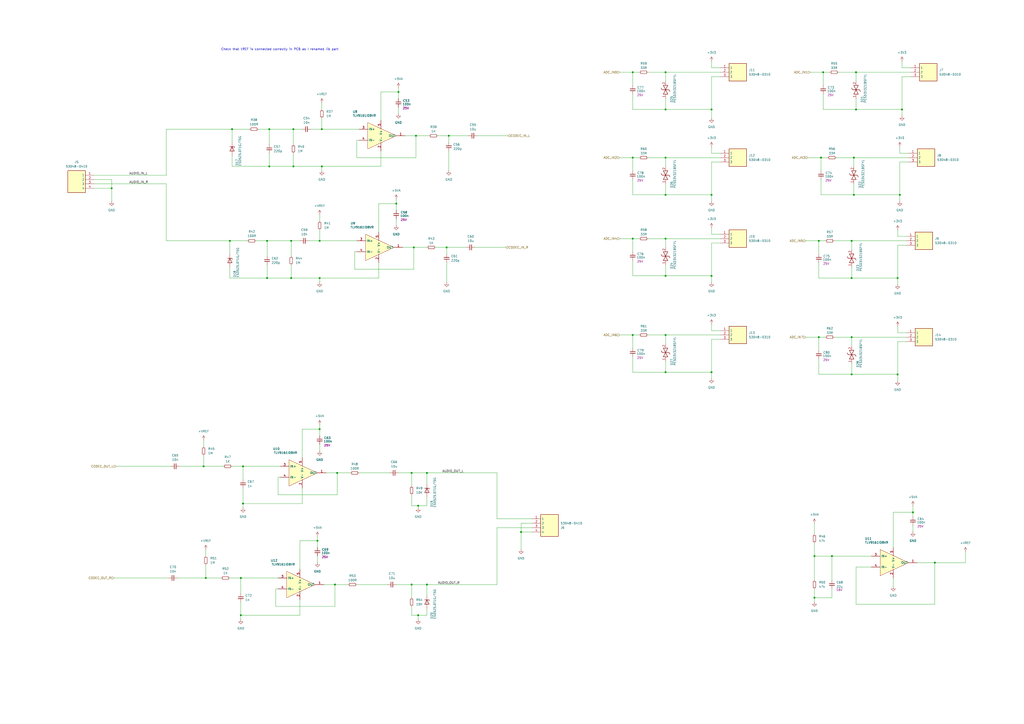
<source format=kicad_sch>
(kicad_sch (version 20231120) (generator "eeschema") (generator_version "8.0")
  (paper "A2")
  (junction (at 194.31 339.09))
  (junction (at 156.21 74.93))
  (junction (at 386.08 91.44))
  (junction (at 156.21 96.52))
  (junction (at 186.69 96.52))
  (junction (at 139.7 356.87))
  (junction (at 520.7 161.29))
  (junction (at 240.03 143.51))
  (junction (at 154.94 161.29))
  (junction (at 496.57 63.5))
  (junction (at 170.18 96.52))
  (junction (at 472.44 322.58))
  (junction (at 367.03 138.43))
  (junction (at 412.75 113.03))
  (junction (at 139.7 335.28))
  (junction (at 386.08 215.9))
  (junction (at 140.97 292.1))
  (junction (at 386.08 160.02))
  (junction (at 64.77 109.22))
  (junction (at 472.44 346.71))
  (junction (at 259.08 143.51))
  (junction (at 134.62 74.93))
  (junction (at 140.97 270.51))
  (junction (at 367.03 194.31))
  (junction (at 386.08 194.31))
  (junction (at 185.42 161.29))
  (junction (at 367.03 41.91))
  (junction (at 529.59 297.18))
  (junction (at 494.03 195.58))
  (junction (at 231.14 53.34))
  (junction (at 412.75 160.02))
  (junction (at 185.42 139.7))
  (junction (at 242.57 293.37))
  (junction (at 238.76 339.09))
  (junction (at 386.08 113.03))
  (junction (at 170.18 74.93))
  (junction (at 474.98 195.58))
  (junction (at 168.91 161.29))
  (junction (at 521.97 113.03))
  (junction (at 229.87 118.11))
  (junction (at 260.35 78.74))
  (junction (at 184.15 313.69))
  (junction (at 241.3 78.74))
  (junction (at 195.58 274.32))
  (junction (at 302.26 308.61))
  (junction (at 412.75 215.9))
  (junction (at 520.7 217.17))
  (junction (at 247.65 274.32))
  (junction (at 119.38 335.28))
  (junction (at 494.03 217.17))
  (junction (at 386.08 138.43))
  (junction (at 494.03 139.7))
  (junction (at 168.91 139.7))
  (junction (at 242.57 356.87))
  (junction (at 386.08 41.91))
  (junction (at 118.11 270.51))
  (junction (at 477.52 41.91))
  (junction (at 495.3 91.44))
  (junction (at 238.76 274.32))
  (junction (at 474.98 139.7))
  (junction (at 542.29 326.39))
  (junction (at 482.6 322.58))
  (junction (at 476.25 91.44))
  (junction (at 186.69 74.93))
  (junction (at 523.24 63.5))
  (junction (at 247.65 339.09))
  (junction (at 496.57 41.91))
  (junction (at 494.03 161.29))
  (junction (at 154.94 139.7))
  (junction (at 386.08 63.5))
  (junction (at 367.03 91.44))
  (junction (at 495.3 113.03))
  (junction (at 185.42 248.92))
  (junction (at 133.35 139.7))
  (junction (at 412.75 63.5))
  (wire (pts (xy 359.41 91.44) (xy 367.03 91.44)))
  (wire (pts (xy 542.29 350.52) (xy 542.29 326.39)))
  (wire (pts (xy 173.99 313.69) (xy 184.15 313.69)))
  (wire (pts (xy 247.65 356.87) (xy 242.57 356.87)))
  (wire (pts (xy 139.7 335.28) (xy 139.7 344.17)))
  (wire (pts (xy 412.75 88.9) (xy 412.75 85.09)))
  (wire (pts (xy 175.26 74.93) (xy 170.18 74.93)))
  (wire (pts (xy 367.03 138.43) (xy 370.84 138.43)))
  (wire (pts (xy 186.69 96.52) (xy 220.98 96.52)))
  (wire (pts (xy 412.75 63.5) (xy 412.75 68.58)))
  (wire (pts (xy 154.94 153.67) (xy 154.94 161.29)))
  (wire (pts (xy 133.35 139.7) (xy 143.51 139.7)))
  (wire (pts (xy 474.98 217.17) (xy 494.03 217.17)))
  (wire (pts (xy 386.08 63.5) (xy 386.08 57.15)))
  (wire (pts (xy 156.21 74.93) (xy 170.18 74.93)))
  (wire (pts (xy 302.26 308.61) (xy 308.61 308.61)))
  (wire (pts (xy 275.59 143.51) (xy 293.37 143.51)))
  (wire (pts (xy 367.03 113.03) (xy 386.08 113.03)))
  (wire (pts (xy 247.65 339.09) (xy 288.29 339.09)))
  (wire (pts (xy 386.08 160.02) (xy 412.75 160.02)))
  (wire (pts (xy 180.34 74.93) (xy 186.69 74.93)))
  (wire (pts (xy 102.87 335.28) (xy 119.38 335.28)))
  (wire (pts (xy 518.16 317.5) (xy 518.16 297.18)))
  (wire (pts (xy 367.03 63.5) (xy 386.08 63.5)))
  (wire (pts (xy 386.08 63.5) (xy 412.75 63.5)))
  (wire (pts (xy 518.16 297.18) (xy 529.59 297.18)))
  (wire (pts (xy 154.94 139.7) (xy 168.91 139.7)))
  (wire (pts (xy 474.98 161.29) (xy 494.03 161.29)))
  (wire (pts (xy 483.87 139.7) (xy 494.03 139.7)))
  (wire (pts (xy 133.35 161.29) (xy 154.94 161.29)))
  (wire (pts (xy 238.76 274.32) (xy 247.65 274.32)))
  (wire (pts (xy 482.6 322.58) (xy 505.46 322.58)))
  (wire (pts (xy 477.52 41.91) (xy 481.33 41.91)))
  (wire (pts (xy 521.97 88.9) (xy 521.97 85.09)))
  (wire (pts (xy 412.75 160.02) (xy 412.75 163.83)))
  (wire (pts (xy 412.75 135.89) (xy 412.75 132.08)))
  (wire (pts (xy 367.03 215.9) (xy 386.08 215.9)))
  (wire (pts (xy 260.35 78.74) (xy 260.35 82.55)))
  (wire (pts (xy 359.41 194.31) (xy 367.03 194.31)))
  (wire (pts (xy 140.97 292.1) (xy 140.97 294.64)))
  (wire (pts (xy 186.69 59.69) (xy 186.69 63.5)))
  (wire (pts (xy 367.03 54.61) (xy 367.03 63.5)))
  (wire (pts (xy 308.61 300.99) (xy 288.29 300.99)))
  (wire (pts (xy 247.65 274.32) (xy 288.29 274.32)))
  (wire (pts (xy 195.58 274.32) (xy 203.2 274.32)))
  (wire (pts (xy 367.03 41.91) (xy 370.84 41.91)))
  (wire (pts (xy 474.98 208.28) (xy 474.98 217.17)))
  (wire (pts (xy 119.38 318.77) (xy 119.38 322.58)))
  (wire (pts (xy 241.3 78.74) (xy 248.92 78.74)))
  (wire (pts (xy 64.77 104.14) (xy 64.77 109.22)))
  (wire (pts (xy 302.26 303.53) (xy 302.26 308.61)))
  (wire (pts (xy 496.57 328.93) (xy 496.57 350.52)))
  (wire (pts (xy 527.05 93.98) (xy 521.97 93.98)))
  (wire (pts (xy 247.65 339.09) (xy 247.65 345.44)))
  (wire (pts (xy 560.07 320.04) (xy 560.07 326.39)))
  (wire (pts (xy 168.91 139.7) (xy 168.91 148.59)))
  (wire (pts (xy 482.6 322.58) (xy 482.6 336.55)))
  (wire (pts (xy 229.87 339.09) (xy 238.76 339.09)))
  (wire (pts (xy 186.69 74.93) (xy 208.28 74.93)))
  (wire (pts (xy 207.01 81.28) (xy 207.01 91.44)))
  (wire (pts (xy 367.03 138.43) (xy 367.03 146.05)))
  (wire (pts (xy 66.04 335.28) (xy 97.79 335.28)))
  (wire (pts (xy 54.61 101.6) (xy 96.52 101.6)))
  (wire (pts (xy 242.57 356.87) (xy 238.76 356.87)))
  (wire (pts (xy 529.59 293.37) (xy 529.59 297.18)))
  (wire (pts (xy 483.87 195.58) (xy 494.03 195.58)))
  (wire (pts (xy 119.38 335.28) (xy 128.27 335.28)))
  (wire (pts (xy 247.65 274.32) (xy 247.65 280.67)))
  (wire (pts (xy 231.14 53.34) (xy 231.14 57.15)))
  (wire (pts (xy 160.02 351.79) (xy 194.31 351.79)))
  (wire (pts (xy 529.59 304.8) (xy 529.59 308.61)))
  (wire (pts (xy 184.15 322.58) (xy 184.15 326.39)))
  (wire (pts (xy 529.59 297.18) (xy 529.59 299.72)))
  (wire (pts (xy 412.75 191.77) (xy 412.75 187.96)))
  (wire (pts (xy 175.26 283.21) (xy 175.26 292.1)))
  (wire (pts (xy 175.26 265.43) (xy 175.26 248.92)))
  (wire (pts (xy 276.86 78.74) (xy 294.64 78.74)))
  (wire (pts (xy 495.3 113.03) (xy 521.97 113.03)))
  (wire (pts (xy 207.01 81.28) (xy 208.28 81.28)))
  (wire (pts (xy 238.76 274.32) (xy 238.76 281.94)))
  (wire (pts (xy 140.97 283.21) (xy 140.97 292.1)))
  (wire (pts (xy 118.11 264.16) (xy 118.11 270.51)))
  (wire (pts (xy 495.3 113.03) (xy 495.3 106.68)))
  (wire (pts (xy 288.29 306.07) (xy 288.29 339.09)))
  (wire (pts (xy 474.98 152.4) (xy 474.98 161.29)))
  (wire (pts (xy 156.21 88.9) (xy 156.21 96.52)))
  (wire (pts (xy 247.65 353.06) (xy 247.65 356.87)))
  (wire (pts (xy 168.91 153.67) (xy 168.91 161.29)))
  (wire (pts (xy 220.98 53.34) (xy 231.14 53.34)))
  (wire (pts (xy 494.03 161.29) (xy 494.03 154.94)))
  (wire (pts (xy 520.7 137.16) (xy 520.7 133.35)))
  (wire (pts (xy 238.76 339.09) (xy 238.76 346.71)))
  (wire (pts (xy 472.44 346.71) (xy 472.44 349.25)))
  (wire (pts (xy 219.71 134.62) (xy 219.71 118.11)))
  (wire (pts (xy 474.98 139.7) (xy 474.98 147.32)))
  (wire (pts (xy 140.97 270.51) (xy 162.56 270.51)))
  (wire (pts (xy 194.31 339.09) (xy 201.93 339.09)))
  (wire (pts (xy 187.96 339.09) (xy 194.31 339.09)))
  (wire (pts (xy 412.75 44.45) (xy 412.75 63.5)))
  (wire (pts (xy 173.99 347.98) (xy 173.99 356.87)))
  (wire (pts (xy 496.57 350.52) (xy 542.29 350.52)))
  (wire (pts (xy 472.44 314.96) (xy 472.44 322.58)))
  (wire (pts (xy 96.52 106.68) (xy 96.52 139.7)))
  (wire (pts (xy 154.94 161.29) (xy 168.91 161.29)))
  (wire (pts (xy 525.78 137.16) (xy 520.7 137.16)))
  (wire (pts (xy 494.03 161.29) (xy 520.7 161.29)))
  (wire (pts (xy 367.03 207.01) (xy 367.03 215.9)))
  (wire (pts (xy 140.97 270.51) (xy 134.62 270.51)))
  (wire (pts (xy 477.52 63.5) (xy 496.57 63.5)))
  (wire (pts (xy 367.03 91.44) (xy 370.84 91.44)))
  (wire (pts (xy 259.08 143.51) (xy 270.51 143.51)))
  (wire (pts (xy 205.74 146.05) (xy 205.74 156.21)))
  (wire (pts (xy 288.29 300.99) (xy 288.29 274.32)))
  (wire (pts (xy 412.75 113.03) (xy 412.75 116.84)))
  (wire (pts (xy 238.76 339.09) (xy 247.65 339.09)))
  (wire (pts (xy 520.7 161.29) (xy 520.7 165.1)))
  (wire (pts (xy 367.03 151.13) (xy 367.03 160.02)))
  (wire (pts (xy 412.75 196.85) (xy 412.75 215.9)))
  (wire (pts (xy 220.98 69.85) (xy 220.98 53.34)))
  (wire (pts (xy 496.57 41.91) (xy 496.57 46.99)))
  (wire (pts (xy 542.29 326.39) (xy 560.07 326.39)))
  (wire (pts (xy 482.6 346.71) (xy 472.44 346.71)))
  (wire (pts (xy 367.03 41.91) (xy 367.03 49.53)))
  (wire (pts (xy 134.62 90.17) (xy 134.62 96.52)))
  (wire (pts (xy 259.08 143.51) (xy 259.08 147.32)))
  (wire (pts (xy 495.3 91.44) (xy 495.3 96.52)))
  (wire (pts (xy 220.98 87.63) (xy 220.98 96.52)))
  (wire (pts (xy 54.61 106.68) (xy 96.52 106.68)))
  (wire (pts (xy 417.83 191.77) (xy 412.75 191.77)))
  (wire (pts (xy 238.76 287.02) (xy 238.76 293.37)))
  (wire (pts (xy 229.87 118.11) (xy 229.87 121.92)))
  (wire (pts (xy 472.44 341.63) (xy 472.44 346.71)))
  (wire (pts (xy 148.59 139.7) (xy 154.94 139.7)))
  (wire (pts (xy 494.03 139.7) (xy 525.78 139.7)))
  (wire (pts (xy 205.74 156.21) (xy 240.03 156.21)))
  (wire (pts (xy 386.08 91.44) (xy 417.83 91.44)))
  (wire (pts (xy 161.29 276.86) (xy 162.56 276.86)))
  (wire (pts (xy 259.08 152.4) (xy 259.08 163.83)))
  (wire (pts (xy 133.35 335.28) (xy 139.7 335.28)))
  (wire (pts (xy 494.03 217.17) (xy 520.7 217.17)))
  (wire (pts (xy 133.35 154.94) (xy 133.35 161.29)))
  (wire (pts (xy 367.03 104.14) (xy 367.03 113.03)))
  (wire (pts (xy 542.29 326.39) (xy 532.13 326.39)))
  (wire (pts (xy 528.32 39.37) (xy 523.24 39.37)))
  (wire (pts (xy 520.7 198.12) (xy 520.7 217.17)))
  (wire (pts (xy 140.97 278.13) (xy 140.97 270.51)))
  (wire (pts (xy 240.03 143.51) (xy 247.65 143.51)))
  (wire (pts (xy 242.57 293.37) (xy 242.57 294.64)))
  (wire (pts (xy 496.57 63.5) (xy 496.57 57.15)))
  (wire (pts (xy 185.42 133.35) (xy 185.42 139.7)))
  (wire (pts (xy 139.7 349.25) (xy 139.7 356.87)))
  (wire (pts (xy 375.92 194.31) (xy 386.08 194.31)))
  (wire (pts (xy 375.92 91.44) (xy 386.08 91.44)))
  (wire (pts (xy 375.92 138.43) (xy 386.08 138.43)))
  (wire (pts (xy 412.75 93.98) (xy 417.83 93.98)))
  (wire (pts (xy 386.08 41.91) (xy 417.83 41.91)))
  (wire (pts (xy 179.07 139.7) (xy 185.42 139.7)))
  (wire (pts (xy 247.65 293.37) (xy 242.57 293.37)))
  (wire (pts (xy 476.25 104.14) (xy 476.25 113.03)))
  (wire (pts (xy 367.03 194.31) (xy 367.03 201.93)))
  (wire (pts (xy 96.52 139.7) (xy 133.35 139.7)))
  (wire (pts (xy 139.7 356.87) (xy 173.99 356.87)))
  (wire (pts (xy 186.69 96.52) (xy 186.69 99.06)))
  (wire (pts (xy 104.14 270.51) (xy 118.11 270.51)))
  (wire (pts (xy 208.28 274.32) (xy 226.06 274.32)))
  (wire (pts (xy 485.14 91.44) (xy 495.3 91.44)))
  (wire (pts (xy 386.08 215.9) (xy 412.75 215.9)))
  (wire (pts (xy 241.3 91.44) (xy 241.3 78.74)))
  (wire (pts (xy 219.71 152.4) (xy 219.71 161.29)))
  (wire (pts (xy 185.42 257.81) (xy 185.42 261.62)))
  (wire (pts (xy 496.57 63.5) (xy 523.24 63.5)))
  (wire (pts (xy 386.08 160.02) (xy 386.08 153.67)))
  (wire (pts (xy 494.03 195.58) (xy 525.78 195.58)))
  (wire (pts (xy 254 78.74) (xy 260.35 78.74)))
  (wire (pts (xy 468.63 91.44) (xy 476.25 91.44)))
  (wire (pts (xy 160.02 341.63) (xy 160.02 351.79)))
  (wire (pts (xy 168.91 161.29) (xy 185.42 161.29)))
  (wire (pts (xy 170.18 88.9) (xy 170.18 96.52)))
  (wire (pts (xy 231.14 274.32) (xy 238.76 274.32)))
  (wire (pts (xy 64.77 109.22) (xy 54.61 109.22)))
  (wire (pts (xy 467.36 195.58) (xy 474.98 195.58)))
  (wire (pts (xy 118.11 255.27) (xy 118.11 259.08)))
  (wire (pts (xy 412.75 39.37) (xy 412.75 35.56)))
  (wire (pts (xy 521.97 93.98) (xy 521.97 113.03)))
  (wire (pts (xy 154.94 148.59) (xy 154.94 139.7)))
  (wire (pts (xy 119.38 327.66) (xy 119.38 335.28)))
  (wire (pts (xy 520.7 142.24) (xy 520.7 161.29)))
  (wire (pts (xy 412.75 93.98) (xy 412.75 113.03)))
  (wire (pts (xy 474.98 139.7) (xy 478.79 139.7)))
  (wire (pts (xy 417.83 88.9) (xy 412.75 88.9)))
  (wire (pts (xy 482.6 341.63) (xy 482.6 346.71)))
  (wire (pts (xy 134.62 96.52) (xy 156.21 96.52)))
  (wire (pts (xy 233.68 143.51) (xy 240.03 143.51)))
  (wire (pts (xy 494.03 217.17) (xy 494.03 210.82)))
  (wire (pts (xy 520.7 217.17) (xy 520.7 220.98)))
  (wire (pts (xy 412.75 215.9) (xy 412.75 219.71)))
  (wire (pts (xy 523.24 63.5) (xy 523.24 67.31)))
  (wire (pts (xy 170.18 96.52) (xy 186.69 96.52)))
  (wire (pts (xy 523.24 39.37) (xy 523.24 35.56)))
  (wire (pts (xy 134.62 74.93) (xy 144.78 74.93)))
  (wire (pts (xy 386.08 113.03) (xy 412.75 113.03)))
  (wire (pts (xy 375.92 41.91) (xy 386.08 41.91)))
  (wire (pts (xy 161.29 276.86) (xy 161.29 287.02)))
  (wire (pts (xy 417.83 135.89) (xy 412.75 135.89)))
  (wire (pts (xy 133.35 139.7) (xy 133.35 147.32)))
  (wire (pts (xy 185.42 161.29) (xy 185.42 163.83)))
  (wire (pts (xy 149.86 74.93) (xy 156.21 74.93)))
  (wire (pts (xy 242.57 356.87) (xy 242.57 359.41)))
  (wire (pts (xy 476.25 91.44) (xy 480.06 91.44)))
  (wire (pts (xy 96.52 74.93) (xy 134.62 74.93)))
  (wire (pts (xy 525.78 198.12) (xy 520.7 198.12)))
  (wire (pts (xy 386.08 138.43) (xy 386.08 143.51)))
  (wire (pts (xy 175.26 248.92) (xy 185.42 248.92)))
  (wire (pts (xy 161.29 287.02) (xy 195.58 287.02)))
  (wire (pts (xy 505.46 328.93) (xy 496.57 328.93)))
  (wire (pts (xy 469.9 41.91) (xy 477.52 41.91)))
  (wire (pts (xy 472.44 322.58) (xy 472.44 336.55)))
  (wire (pts (xy 260.35 87.63) (xy 260.35 99.06)))
  (wire (pts (xy 302.26 308.61) (xy 302.26 318.77)))
  (wire (pts (xy 96.52 101.6) (xy 96.52 74.93)))
  (wire (pts (xy 139.7 356.87) (xy 139.7 359.41)))
  (wire (pts (xy 156.21 96.52) (xy 170.18 96.52)))
  (wire (pts (xy 205.74 146.05) (xy 207.01 146.05)))
  (wire (pts (xy 140.97 292.1) (xy 175.26 292.1)))
  (wire (pts (xy 156.21 83.82) (xy 156.21 74.93)))
  (wire (pts (xy 417.83 39.37) (xy 412.75 39.37)))
  (wire (pts (xy 139.7 335.28) (xy 161.29 335.28)))
  (wire (pts (xy 417.83 44.45) (xy 412.75 44.45)))
  (wire (pts (xy 185.42 161.29) (xy 219.71 161.29)))
  (wire (pts (xy 207.01 339.09) (xy 224.79 339.09)))
  (wire (pts (xy 386.08 91.44) (xy 386.08 96.52)))
  (wire (pts (xy 229.87 115.57) (xy 229.87 118.11)))
  (wire (pts (xy 118.11 270.51) (xy 129.54 270.51)))
  (wire (pts (xy 467.36 139.7) (xy 474.98 139.7)))
  (wire (pts (xy 185.42 124.46) (xy 185.42 128.27)))
  (wire (pts (xy 67.31 270.51) (xy 99.06 270.51)))
  (wire (pts (xy 242.57 293.37) (xy 238.76 293.37)))
  (wire (pts (xy 367.03 91.44) (xy 367.03 99.06)))
  (wire (pts (xy 476.25 91.44) (xy 476.25 99.06)))
  (wire (pts (xy 252.73 143.51) (xy 259.08 143.51)))
  (wire (pts (xy 474.98 195.58) (xy 474.98 203.2)))
  (wire (pts (xy 219.71 118.11) (xy 229.87 118.11)))
  (wire (pts (xy 64.77 109.22) (xy 64.77 116.84)))
  (wire (pts (xy 260.35 78.74) (xy 271.78 78.74)))
  (wire (pts (xy 520.7 193.04) (xy 520.7 189.23)))
  (wire (pts (xy 184.15 311.15) (xy 184.15 313.69)))
  (wire (pts (xy 238.76 351.79) (xy 238.76 356.87)))
  (wire (pts (xy 386.08 41.91) (xy 386.08 46.99)))
  (wire (pts (xy 229.87 127) (xy 229.87 130.81)))
  (wire (pts (xy 496.57 41.91) (xy 528.32 41.91)))
  (wire (pts (xy 527.05 88.9) (xy 521.97 88.9)))
  (wire (pts (xy 386.08 113.03) (xy 386.08 106.68)))
  (wire (pts (xy 207.01 91.44) (xy 241.3 91.44)))
  (wire (pts (xy 160.02 341.63) (xy 161.29 341.63)))
  (wire (pts (xy 521.97 113.03) (xy 521.97 116.84)))
  (wire (pts (xy 525.78 142.24) (xy 520.7 142.24)))
  (wire (pts (xy 412.75 140.97) (xy 417.83 140.97)))
  (wire (pts (xy 477.52 41.91) (xy 477.52 49.53)))
  (wire (pts (xy 194.31 351.79) (xy 194.31 339.09)))
  (wire (pts (xy 134.62 74.93) (xy 134.62 82.55)))
  (wire (pts (xy 495.3 91.44) (xy 527.05 91.44)))
  (wire (pts (xy 494.03 195.58) (xy 494.03 200.66)))
  (wire (pts (xy 412.75 196.85) (xy 417.83 196.85)))
  (wire (pts (xy 359.41 41.91) (xy 367.03 41.91)))
  (wire (pts (xy 54.61 104.14) (xy 64.77 104.14)))
  (wire (pts (xy 518.16 335.28) (xy 518.16 340.36)))
  (wire (pts (xy 231.14 62.23) (xy 231.14 66.04)))
  (wire (pts (xy 173.99 330.2) (xy 173.99 313.69)))
  (wire (pts (xy 185.42 248.92) (xy 185.42 252.73)))
  (wire (pts (xy 486.41 41.91) (xy 496.57 41.91)))
  (wire (pts (xy 477.52 54.61) (xy 477.52 63.5)))
  (wire (pts (xy 386.08 138.43) (xy 417.83 138.43)))
  (wire (pts (xy 186.69 68.58) (xy 186.69 74.93)))
  (wire (pts (xy 195.58 287.02) (xy 195.58 274.32)))
  (wire (pts (xy 494.03 139.7) (xy 494.03 144.78)))
  (wire (pts (xy 386.08 215.9) (xy 386.08 209.55)))
  (wire (pts (xy 367.03 194.31) (xy 370.84 194.31)))
  (wire (pts (xy 184.15 313.69) (xy 184.15 317.5)))
  (wire (pts (xy 234.95 78.74) (xy 241.3 78.74)))
  (wire (pts (xy 173.99 139.7) (xy 168.91 139.7)))
  (wire (pts (xy 386.08 194.31) (xy 417.83 194.31)))
  (wire (pts (xy 170.18 74.93) (xy 170.18 83.82)))
  (wire (pts (xy 367.03 160.02) (xy 386.08 160.02)))
  (wire (pts (xy 474.98 195.58) (xy 478.79 195.58)))
  (wire (pts (xy 359.41 138.43) (xy 367.03 138.43)))
  (wire (pts (xy 472.44 322.58) (xy 482.6 322.58)))
  (wire (pts (xy 240.03 156.21) (xy 240.03 143.51)))
  (wire (pts (xy 472.44 303.53) (xy 472.44 309.88)))
  (wire (pts (xy 185.42 139.7) (xy 207.01 139.7)))
  (wire (pts (xy 523.24 44.45) (xy 523.24 63.5)))
  (wire (pts (xy 525.78 193.04) (xy 520.7 193.04)))
  (wire (pts (xy 308.61 303.53) (xy 302.26 303.53)))
  (wire (pts (xy 231.14 50.8) (xy 231.14 53.34)))
  (wire (pts (xy 412.75 140.97) (xy 412.75 160.02)))
  (wire (pts (xy 308.61 306.07) (xy 288.29 306.07)))
  (wire (pts (xy 247.65 288.29) (xy 247.65 293.37)))
  (wire (pts (xy 476.25 113.03) (xy 495.3 113.03)))
  (wire (pts (xy 189.23 274.32) (xy 195.58 274.32)))
  (wire (pts (xy 386.08 194.31) (xy 386.08 199.39)))
  (wire (pts (xy 185.42 246.38) (xy 185.42 248.92)))
  (wire (pts (xy 528.32 44.45) (xy 523.24 44.45)))
  (text "Check that VREF is connected correctly in PCB as I renamed lib part\n" (at 162.306 28.702 0) (effects (font (size 1.27 1.27))))
  (label "AUDIO_IN_L" (at 74.93 101.6 0))
  (label "AUDIO_OUT_L" (at 256.54 274.32 0))
  (label "AUDIO_IN_R" (at 74.93 106.68 0))
  (label "AUDIO_OUT_R" (at 254 339.09 0))
  (hierarchical_label "CODEC_OUT_R" (shape input) (at 66.04 335.28 180))
  (hierarchical_label "ADC_IN2" (shape input) (at 359.41 91.44 180))
  (hierarchical_label "ADC_IN4" (shape input) (at 359.41 138.43 180))
  (hierarchical_label "ADC_IN1" (shape input) (at 469.9 41.91 180))
  (hierarchical_label "ADC_IN5" (shape input) (at 467.36 139.7 180))
  (hierarchical_label "CODEC_IN_R" (shape input) (at 293.37 143.51 0))
  (hierarchical_label "ADC_IN3" (shape input) (at 468.63 91.44 180))
  (hierarchical_label "CODEC_IN_L" (shape input) (at 294.64 78.74 0))
  (hierarchical_label "ADC_IN0" (shape input) (at 359.41 41.91 180))
  (hierarchical_label "CODEC_OUT_L" (shape input) (at 67.31 270.51 180))
  (hierarchical_label "ADC_IN7" (shape input) (at 467.36 195.58 180))
  (hierarchical_label "ADC_IN6" (shape input) (at 359.41 194.31 180))
  (symbol (lib_id "Device:R_Small") (at 119.38 325.12 0) (unit 1)
    (property "Reference" "R51" (at 121.92 323.8499 0) (effects (justify left)))
    (property "Value" "1M" (at 121.92 326.3899 0) (effects (justify left)))
    (property "Footprint" "Resistor_SMD:R_0402_1005Metric_Pad0.72x0.64mm_HandSolder" (effects (hide yes)))
    (property "Description" "Resistor, small symbol" (effects (hide yes)))
  )
  (symbol (lib_id "power:GND") (at 518.16 340.36 0) (unit 1)
    (property "Reference" "#PWR088" (effects (hide yes)))
    (property "Value" "GND" (at 518.16 345.44 0))
    (property "Description" "Power symbol creates a global label with name \"GND\" , ground" (effects (hide yes)))
  )
  (symbol (lib_id "power:+5VA") (at 184.15 311.15 0) (unit 1)
    (property "Reference" "#PWR092" (effects (hide yes)))
    (property "Value" "+5VA" (at 184.15 306.07 0))
    (property "Description" "Power symbol creates a global label with name \"+5VA\"" (effects (hide yes)))
  )
  (symbol (lib_id "Chase_OPAMP:TLV9161IDBVR") (at 158.75 274.32 0) (unit 1)
    (property "Reference" "U10" (at 160.274 260.35 0))
    (property "Value" "TLV9161IDBVR" (at 165.608 262.636 0))
    (property "Datasheet" "https://www.ti.com/lit/ds/symlink/tlv9161.pdf?HQS=dis-mous-null-mousermode-dsf-pf-null-wwe&ts=1675947383550&ref_url=https%253A%252F%252Fwww.mouser.de%252F" (effects (hide yes)))
    (property "Description" "Operational Amplifiers - Op Amps Single 10-MHz, 16-V rail-to-rail input/output, very low noise, high slew rate op amp" (effects (hide yes)))
    (property "Height" "1.45" (effects (hide yes)))
    (property "Mouser Part Number" "595-TLV9161IDBVR" (effects (hide yes)))
    (property "Mouser Price/Stock" "https://www.mouser.co.uk/ProductDetail/Texas-Instruments/TLV9161IDBVR?qs=Rp5uXu7WBW%2FkWJAGvxG3xQ%3D%3D" (effects (hide yes)))
    (property "Manufacturer_Name" "Texas Instruments" (effects (hide yes)))
    (property "Manufacturer_Part_Number" "TLV9161IDBVR" (effects (hide yes)))
  )
  (symbol (lib_id "power:GND") (at 521.97 116.84 0) (unit 1)
    (property "Reference" "#PWR0101" (effects (hide yes)))
    (property "Value" "GND" (at 521.97 121.92 0))
    (property "Description" "Power symbol creates a global label with name \"GND\" , ground" (effects (hide yes)))
  )
  (symbol (lib_id "Chase_Conn:53048-0310") (at 525.78 193.04 0) (unit 1)
    (property "Reference" "J14" (at 542.29 194.3099 0) (effects (justify left)))
    (property "Value" "53048-0310" (at 542.29 196.8499 0) (effects (justify left)))
    (property "Footprint" "Chase_Conn:SHDRRA3W35P0X125_1X3_550X550X350P" (effects (hide yes)))
    (property "Datasheet" "https://www.molex.com/pdm_docs/sd/530481010_sd.pdf" (effects (hide yes)))
    (property "Description" "Headers & Wire Housings RIGHT ANGLE HDR 3P" (effects (hide yes)))
    (property "Height" "3.5" (effects (hide yes)))
    (property "Mouser Part Number" "538-53048-0310" (effects (hide yes)))
    (property "Mouser Price/Stock" "https://www.mouser.co.uk/ProductDetail/Molex/53048-0310?qs=zXrbR4Jv0OfUlEeVnlaifA%3D%3D" (effects (hide yes)))
    (property "Manufacturer_Name" "Molex" (effects (hide yes)))
    (property "Manufacturer_Part_Number" "53048-0310" (effects (hide yes)))
  )
  (symbol (lib_id "Diode:ESD5Zxx") (at 247.65 284.48 270) (unit 1)
    (property "Reference" "D19" (at 250.444 290.322 0) (effects (justify left)))
    (property "Value" "ESD5Z5.0T1G/T5G" (at 252.222 276.86 0) (effects (justify left)))
    (property "Footprint" "Diode_SMD:D_SOD-523" (effects (hide yes)))
    (property "Datasheet" "https://www.onsemi.com/pdf/datasheet/esd5z2.5t1-d.pdf" (effects (hide yes)))
    (property "Description" "ESD Protection Diode, SOD-523" (effects (hide yes)))
  )
  (symbol (lib_id "Chase_Conn:53048-0410") (at 54.61 109.22 180) (unit 1)
    (property "Reference" "J5" (at 44.45 93.98 0))
    (property "Value" "53048-0410" (at 44.45 96.52 0))
    (property "Datasheet" "https://www.molex.com/pdm_docs/sd/530480410_sd.pdf" (effects (hide yes)))
    (property "Description" "Headers & Wire Housings RIGHT ANGLE HDR 4P" (effects (hide yes)))
    (property "Height" "3.7" (effects (hide yes)))
    (property "Mouser Part Number" "538-53048-0410" (effects (hide yes)))
    (property "Mouser Price/Stock" "https://www.mouser.co.uk/ProductDetail/Molex/53048-0410?qs=359VwiUTsp2msj5Tobchuw%3D%3D" (effects (hide yes)))
    (property "Manufacturer_Name" "Molex" (effects (hide yes)))
    (property "Manufacturer_Part_Number" "53048-0410" (effects (hide yes)))
  )
  (symbol (lib_id "power:GND") (at 520.7 220.98 0) (unit 1)
    (property "Reference" "#PWR0113" (effects (hide yes)))
    (property "Value" "GND" (at 520.7 226.06 0))
    (property "Description" "Power symbol creates a global label with name \"GND\" , ground" (effects (hide yes)))
  )
  (symbol (lib_id "Device:C_Small") (at 139.7 346.71 0) (unit 1)
    (property "Reference" "C72" (at 142.24 345.4462 0) (effects (justify left)))
    (property "Value" "1n" (at 142.24 347.9862 0) (effects (justify left)))
    (property "Footprint" "Capacitor_SMD:C_0402_1005Metric" (effects (hide yes)))
    (property "Description" "Unpolarized capacitor, small symbol" (effects (hide yes)))
  )
  (symbol (lib_id "Chase_Diode:PESD3V3Z1BSFYL") (at 386.08 156.21 90) (unit 1)
    (property "Reference" "D24" (at 389.636 152.146 0) (effects (justify right)))
    (property "Value" "PESD3V3Z1BSFYL" (at 391.414 139.446 0) (effects (justify right)))
    (property "Datasheet" "https://assets.nexperia.com/documents/data-sheet/PESD3V3Z1BSF.pdf" (effects (hide yes)))
    (property "Description" "PESD3V3Z1BSF - Extremely low capacitance bidirectional ESD protection diode" (effects (hide yes)))
    (property "Mouser Part Number" "771-PESD3V3Z1BSFYL" (effects (hide yes)))
    (property "Mouser Price/Stock" "https://www.mouser.co.uk/ProductDetail/Nexperia/PESD3V3Z1BSFYL?qs=%252BEew9%252B0nqrB3Csg8iRki7Q%3D%3D" (effects (hide yes)))
    (property "Manufacturer_Name" "Nexperia" (effects (hide yes)))
    (property "Manufacturer_Part_Number" "PESD3V3Z1BSFYL" (effects (hide yes)))
  )
  (symbol (lib_id "Chase_Conn:53048-0310") (at 417.83 39.37 0) (unit 1)
    (property "Reference" "J11" (at 434.34 40.6399 0) (effects (justify left)))
    (property "Value" "53048-0310" (at 434.34 43.1799 0) (effects (justify left)))
    (property "Footprint" "Chase_Conn:SHDRRA3W35P0X125_1X3_550X550X350P" (effects (hide yes)))
    (property "Datasheet" "https://www.molex.com/pdm_docs/sd/530481010_sd.pdf" (effects (hide yes)))
    (property "Description" "Headers & Wire Housings RIGHT ANGLE HDR 3P" (effects (hide yes)))
    (property "Height" "3.5" (effects (hide yes)))
    (property "Mouser Part Number" "538-53048-0310" (effects (hide yes)))
    (property "Mouser Price/Stock" "https://www.mouser.co.uk/ProductDetail/Molex/53048-0310?qs=zXrbR4Jv0OfUlEeVnlaifA%3D%3D" (effects (hide yes)))
    (property "Manufacturer_Name" "Molex" (effects (hide yes)))
    (property "Manufacturer_Part_Number" "53048-0310" (effects (hide yes)))
  )
  (symbol (lib_id "Device:C_Small") (at 474.98 205.74 0) (unit 1)
    (property "Reference" "C80" (at 477.52 204.4762 0) (effects (justify left)))
    (property "Value" "100n" (at 477.266 206.502 0) (effects (justify left)))
    (property "Footprint" "Capacitor_SMD:C_0402_1005Metric" (effects (hide yes)))
    (property "Description" "Unpolarized capacitor, small symbol" (effects (hide yes)))
    (property "MPN" "MBAST105SB7104KFNA01" (effects (hide yes)))
    (property "MF" "TAIYO YUDEN " (effects (hide yes)))
    (property "OC_MOUSER" "963-BAST105SB7104KF" (effects (hide yes)))
    (property "Voltage" "25V" (at 479.298 208.788 0))
  )
  (symbol (lib_id "Chase_Conn:53048-0410") (at 308.61 308.61 0) (mirror x) (unit 1)
    (property "Reference" "J6" (at 325.12 306.0701 0) (effects (justify left)))
    (property "Value" "53048-0410" (at 325.12 303.5301 0) (effects (justify left)))
    (property "Datasheet" "https://www.molex.com/pdm_docs/sd/530480410_sd.pdf" (effects (hide yes)))
    (property "Description" "Headers & Wire Housings RIGHT ANGLE HDR 4P" (effects (hide yes)))
    (property "Height" "3.7" (effects (hide yes)))
    (property "Mouser Part Number" "538-53048-0410" (effects (hide yes)))
    (property "Mouser Price/Stock" "https://www.mouser.co.uk/ProductDetail/Molex/53048-0410?qs=359VwiUTsp2msj5Tobchuw%3D%3D" (effects (hide yes)))
    (property "Manufacturer_Name" "Molex" (effects (hide yes)))
    (property "Manufacturer_Part_Number" "53048-0410" (effects (hide yes)))
  )
  (symbol (lib_id "Chase_Diode:PESD3V3Z1BSFYL") (at 386.08 59.69 90) (unit 1)
    (property "Reference" "D25" (at 389.636 55.626 0) (effects (justify right)))
    (property "Value" "PESD3V3Z1BSFYL" (at 391.414 42.926 0) (effects (justify right)))
    (property "Datasheet" "https://assets.nexperia.com/documents/data-sheet/PESD3V3Z1BSF.pdf" (effects (hide yes)))
    (property "Description" "PESD3V3Z1BSF - Extremely low capacitance bidirectional ESD protection diode" (effects (hide yes)))
    (property "Mouser Part Number" "771-PESD3V3Z1BSFYL" (effects (hide yes)))
    (property "Mouser Price/Stock" "https://www.mouser.co.uk/ProductDetail/Nexperia/PESD3V3Z1BSFYL?qs=%252BEew9%252B0nqrB3Csg8iRki7Q%3D%3D" (effects (hide yes)))
    (property "Manufacturer_Name" "Nexperia" (effects (hide yes)))
    (property "Manufacturer_Part_Number" "PESD3V3Z1BSFYL" (effects (hide yes)))
  )
  (symbol (lib_id "power:+5VA") (at 231.14 50.8 0) (unit 1)
    (property "Reference" "#PWR070" (effects (hide yes)))
    (property "Value" "+5VA" (at 231.14 45.72 0))
    (property "Description" "Power symbol creates a global label with name \"+5VA\"" (effects (hide yes)))
  )
  (symbol (lib_id "Device:R_Small") (at 373.38 91.44 90) (unit 1)
    (property "Reference" "R60" (at 373.38 86.36 90))
    (property "Value" "33R" (at 373.38 88.9 90))
    (property "Footprint" "Resistor_SMD:R_0402_1005Metric_Pad0.72x0.64mm_HandSolder" (effects (hide yes)))
    (property "Description" "Resistor, small symbol" (effects (hide yes)))
  )
  (symbol (lib_id "Device:C_Small") (at 101.6 270.51 90) (unit 1)
    (property "Reference" "C65" (at 101.6063 264.16 90))
    (property "Value" "10n" (at 101.6063 266.7 90))
    (property "Footprint" "Capacitor_SMD:C_0402_1005Metric" (effects (hide yes)))
    (property "Description" "Unpolarized capacitor, small symbol" (effects (hide yes)))
  )
  (symbol (lib_id "Device:C_Small") (at 184.15 320.04 0) (unit 1)
    (property "Reference" "C69" (at 186.69 318.7762 0) (effects (justify left)))
    (property "Value" "100n" (at 186.436 320.802 0) (effects (justify left)))
    (property "Footprint" "Capacitor_SMD:C_0402_1005Metric" (effects (hide yes)))
    (property "Description" "Unpolarized capacitor, small symbol" (effects (hide yes)))
    (property "MPN" "MBAST105SB7104KFNA01" (effects (hide yes)))
    (property "MF" "TAIYO YUDEN " (effects (hide yes)))
    (property "OC_MOUSER" "963-BAST105SB7104KF" (effects (hide yes)))
    (property "Voltage" "25V" (at 188.468 323.088 0))
  )
  (symbol (lib_id "power:GND") (at 231.14 66.04 0) (unit 1)
    (property "Reference" "#PWR072" (effects (hide yes)))
    (property "Value" "GND" (at 231.14 71.12 0))
    (property "Description" "Power symbol creates a global label with name \"GND\" , ground" (effects (hide yes)))
  )
  (symbol (lib_id "Device:C_Small") (at 529.59 302.26 0) (unit 1)
    (property "Reference" "C64" (at 532.13 300.9962 0) (effects (justify left)))
    (property "Value" "100n" (at 531.876 303.022 0) (effects (justify left)))
    (property "Footprint" "Capacitor_SMD:C_0402_1005Metric" (effects (hide yes)))
    (property "Description" "Unpolarized capacitor, small symbol" (effects (hide yes)))
    (property "MPN" "MBAST105SB7104KFNA01" (effects (hide yes)))
    (property "MF" "TAIYO YUDEN " (effects (hide yes)))
    (property "OC_MOUSER" "963-BAST105SB7104KF" (effects (hide yes)))
    (property "Voltage" "25V" (at 533.908 305.308 0))
  )
  (symbol (lib_id "Chase_Conn:53048-0310") (at 417.83 191.77 0) (unit 1)
    (property "Reference" "J13" (at 434.34 193.0399 0) (effects (justify left)))
    (property "Value" "53048-0310" (at 434.34 195.5799 0) (effects (justify left)))
    (property "Footprint" "Chase_Conn:SHDRRA3W35P0X125_1X3_550X550X350P" (effects (hide yes)))
    (property "Datasheet" "https://www.molex.com/pdm_docs/sd/530481010_sd.pdf" (effects (hide yes)))
    (property "Description" "Headers & Wire Housings RIGHT ANGLE HDR 3P" (effects (hide yes)))
    (property "Height" "3.5" (effects (hide yes)))
    (property "Mouser Part Number" "538-53048-0310" (effects (hide yes)))
    (property "Mouser Price/Stock" "https://www.mouser.co.uk/ProductDetail/Molex/53048-0310?qs=zXrbR4Jv0OfUlEeVnlaifA%3D%3D" (effects (hide yes)))
    (property "Manufacturer_Name" "Molex" (effects (hide yes)))
    (property "Manufacturer_Part_Number" "53048-0310" (effects (hide yes)))
  )
  (symbol (lib_id "Diode:ESD5Zxx") (at 133.35 151.13 270) (unit 1)
    (property "Reference" "D18" (at 136.144 156.972 0) (effects (justify left)))
    (property "Value" "ESD5Z5.0T1G/T5G" (at 137.922 143.51 0) (effects (justify left)))
    (property "Footprint" "Diode_SMD:D_SOD-523" (effects (hide yes)))
    (property "Datasheet" "https://www.onsemi.com/pdf/datasheet/esd5z2.5t1-d.pdf" (effects (hide yes)))
    (property "Description" "ESD Protection Diode, SOD-523" (effects (hide yes)))
  )
  (symbol (lib_id "Device:R_Small") (at 132.08 270.51 90) (unit 1)
    (property "Reference" "R47" (at 132.08 265.1442 90))
    (property "Value" "1K" (at 132.08 267.6842 90))
    (property "Footprint" "Resistor_SMD:R_0402_1005Metric_Pad0.72x0.64mm_HandSolder" (effects (hide yes)))
    (property "Description" "Resistor, small symbol" (effects (hide yes)))
  )
  (symbol (lib_id "Device:R_Small") (at 186.69 66.04 0) (unit 1)
    (property "Reference" "R37" (at 189.23 64.7699 0) (effects (justify left)))
    (property "Value" "1M" (at 189.23 67.3099 0) (effects (justify left)))
    (property "Footprint" "Resistor_SMD:R_0402_1005Metric_Pad0.72x0.64mm_HandSolder" (effects (hide yes)))
    (property "Description" "Resistor, small symbol" (effects (hide yes)))
  )
  (symbol (lib_id "Device:C_Small") (at 228.6 274.32 90) (unit 1)
    (property "Reference" "C66" (at 228.6063 267.97 90))
    (property "Value" "10u" (at 228.6063 270.51 90))
    (property "Footprint" "Capacitor_SMD:C_0603_1608Metric" (effects (hide yes)))
    (property "Description" "Unpolarized capacitor, small symbol" (effects (hide yes)))
    (property "Voltage" "16V" (effects (hide yes)))
    (property "MPN" "GRM188R61C106MA73J" (effects (hide yes)))
    (property "MF" "Murata Electronics " (effects (hide yes)))
    (property "OC_MOUSER" "81-GRM188R61C106MA3J" (effects (hide yes)))
  )
  (symbol (lib_id "power:GND") (at 184.15 326.39 0) (unit 1)
    (property "Reference" "#PWR095" (effects (hide yes)))
    (property "Value" "GND" (at 184.15 331.47 0))
    (property "Description" "Power symbol creates a global label with name \"GND\" , ground" (effects (hide yes)))
  )
  (symbol (lib_id "power:GND") (at 412.75 68.58 0) (unit 1)
    (property "Reference" "#PWR0107" (effects (hide yes)))
    (property "Value" "GND" (at 412.75 73.66 0))
    (property "Description" "Power symbol creates a global label with name \"GND\" , ground" (effects (hide yes)))
  )
  (symbol (lib_id "power:GND") (at 412.75 219.71 0) (unit 1)
    (property "Reference" "#PWR0112" (effects (hide yes)))
    (property "Value" "GND" (at 412.75 224.79 0))
    (property "Description" "Power symbol creates a global label with name \"GND\" , ground" (effects (hide yes)))
  )
  (symbol (lib_id "power:+5VA") (at 185.42 246.38 0) (unit 1)
    (property "Reference" "#PWR081" (effects (hide yes)))
    (property "Value" "+5VA" (at 185.42 241.3 0))
    (property "Description" "Power symbol creates a global label with name \"+5VA\"" (effects (hide yes)))
  )
  (symbol (lib_id "Device:R_Small") (at 130.81 335.28 90) (unit 1)
    (property "Reference" "R52" (at 130.81 329.9142 90))
    (property "Value" "1K" (at 130.81 332.4542 90))
    (property "Footprint" "Resistor_SMD:R_0402_1005Metric_Pad0.72x0.64mm_HandSolder" (effects (hide yes)))
    (property "Description" "Resistor, small symbol" (effects (hide yes)))
  )
  (symbol (lib_id "Device:C_Small") (at 100.33 335.28 90) (unit 1)
    (property "Reference" "C70" (at 100.3363 328.93 90))
    (property "Value" "10n" (at 100.3363 331.47 90))
    (property "Footprint" "Capacitor_SMD:C_0402_1005Metric" (effects (hide yes)))
    (property "Description" "Unpolarized capacitor, small symbol" (effects (hide yes)))
  )
  (symbol (lib_id "Device:R_Small") (at 205.74 274.32 90) (unit 1)
    (property "Reference" "R48" (at 205.74 269.24 90))
    (property "Value" "100R" (at 205.74 271.78 90))
    (property "Footprint" "Resistor_SMD:R_0402_1005Metric_Pad0.72x0.64mm_HandSolder" (effects (hide yes)))
    (property "Description" "Resistor, small symbol" (effects (hide yes)))
  )
  (symbol (lib_id "power:GND") (at 529.59 308.61 0) (unit 1)
    (property "Reference" "#PWR086" (effects (hide yes)))
    (property "Value" "GND" (at 529.59 313.69 0))
    (property "Description" "Power symbol creates a global label with name \"GND\" , ground" (effects (hide yes)))
  )
  (symbol (lib_id "Device:R_Small") (at 238.76 284.48 180) (unit 1)
    (property "Reference" "R49" (at 241.3 283.2099 0) (effects (justify right)))
    (property "Value" "10K" (at 241.3 285.7499 0) (effects (justify right)))
    (property "Footprint" "Resistor_SMD:R_0402_1005Metric_Pad0.72x0.64mm_HandSolder" (effects (hide yes)))
    (property "Description" "Resistor, small symbol" (effects (hide yes)))
  )
  (symbol (lib_id "Device:C_Small") (at 476.25 101.6 0) (unit 1)
    (property "Reference" "C74" (at 478.79 100.3362 0) (effects (justify left)))
    (property "Value" "100n" (at 478.536 102.362 0) (effects (justify left)))
    (property "Footprint" "Capacitor_SMD:C_0402_1005Metric" (effects (hide yes)))
    (property "Description" "Unpolarized capacitor, small symbol" (effects (hide yes)))
    (property "MPN" "MBAST105SB7104KFNA01" (effects (hide yes)))
    (property "MF" "TAIYO YUDEN " (effects (hide yes)))
    (property "OC_MOUSER" "963-BAST105SB7104KF" (effects (hide yes)))
    (property "Voltage" "25V" (at 480.568 104.648 0))
  )
  (symbol (lib_id "Device:C_Small") (at 367.03 148.59 0) (unit 1)
    (property "Reference" "C76" (at 369.57 147.3262 0) (effects (justify left)))
    (property "Value" "100n" (at 369.316 149.352 0) (effects (justify left)))
    (property "Footprint" "Capacitor_SMD:C_0402_1005Metric" (effects (hide yes)))
    (property "Description" "Unpolarized capacitor, small symbol" (effects (hide yes)))
    (property "MPN" "MBAST105SB7104KFNA01" (effects (hide yes)))
    (property "MF" "TAIYO YUDEN " (effects (hide yes)))
    (property "OC_MOUSER" "963-BAST105SB7104KF" (effects (hide yes)))
    (property "Voltage" "25V" (at 371.348 151.638 0))
  )
  (symbol (lib_id "Device:C_Small") (at 367.03 101.6 0) (unit 1)
    (property "Reference" "C78" (at 369.57 100.3362 0) (effects (justify left)))
    (property "Value" "100n" (at 369.316 102.362 0) (effects (justify left)))
    (property "Footprint" "Capacitor_SMD:C_0402_1005Metric" (effects (hide yes)))
    (property "Description" "Unpolarized capacitor, small symbol" (effects (hide yes)))
    (property "MPN" "MBAST105SB7104KFNA01" (effects (hide yes)))
    (property "MF" "TAIYO YUDEN " (effects (hide yes)))
    (property "OC_MOUSER" "963-BAST105SB7104KF" (effects (hide yes)))
    (property "Voltage" "25V" (at 371.348 104.648 0))
  )
  (symbol (lib_id "power:GND") (at 302.26 318.77 0) (unit 1)
    (property "Reference" "#PWR094" (effects (hide yes)))
    (property "Value" "GND" (at 302.26 323.85 0))
    (property "Description" "Power symbol creates a global label with name \"GND\" , ground" (effects (hide yes)))
  )
  (symbol (lib_id "Chase_Conn:53048-0310") (at 417.83 135.89 0) (unit 1)
    (property "Reference" "J10" (at 434.34 137.1599 0) (effects (justify left)))
    (property "Value" "53048-0310" (at 434.34 139.6999 0) (effects (justify left)))
    (property "Footprint" "Chase_Conn:SHDRRA3W35P0X125_1X3_550X550X350P" (effects (hide yes)))
    (property "Datasheet" "https://www.molex.com/pdm_docs/sd/530481010_sd.pdf" (effects (hide yes)))
    (property "Description" "Headers & Wire Housings RIGHT ANGLE HDR 3P" (effects (hide yes)))
    (property "Height" "3.5" (effects (hide yes)))
    (property "Mouser Part Number" "538-53048-0310" (effects (hide yes)))
    (property "Mouser Price/Stock" "https://www.mouser.co.uk/ProductDetail/Molex/53048-0310?qs=zXrbR4Jv0OfUlEeVnlaifA%3D%3D" (effects (hide yes)))
    (property "Manufacturer_Name" "Molex" (effects (hide yes)))
    (property "Manufacturer_Part_Number" "53048-0310" (effects (hide yes)))
  )
  (symbol (lib_id "Chase_Diode:PESD3V3Z1BSFYL") (at 495.3 109.22 90) (unit 1)
    (property "Reference" "D22" (at 498.856 105.156 0) (effects (justify right)))
    (property "Value" "PESD3V3Z1BSFYL" (at 500.634 92.456 0) (effects (justify right)))
    (property "Datasheet" "https://assets.nexperia.com/documents/data-sheet/PESD3V3Z1BSF.pdf" (effects (hide yes)))
    (property "Description" "PESD3V3Z1BSF - Extremely low capacitance bidirectional ESD protection diode" (effects (hide yes)))
    (property "Mouser Part Number" "771-PESD3V3Z1BSFYL" (effects (hide yes)))
    (property "Mouser Price/Stock" "https://www.mouser.co.uk/ProductDetail/Nexperia/PESD3V3Z1BSFYL?qs=%252BEew9%252B0nqrB3Csg8iRki7Q%3D%3D" (effects (hide yes)))
    (property "Manufacturer_Name" "Nexperia" (effects (hide yes)))
    (property "Manufacturer_Part_Number" "PESD3V3Z1BSFYL" (effects (hide yes)))
  )
  (symbol (lib_id "Device:R_Small") (at 373.38 138.43 90) (unit 1)
    (property "Reference" "R58" (at 373.38 133.35 90))
    (property "Value" "33R" (at 373.38 135.89 90))
    (property "Footprint" "Resistor_SMD:R_0402_1005Metric_Pad0.72x0.64mm_HandSolder" (effects (hide yes)))
    (property "Description" "Resistor, small symbol" (effects (hide yes)))
  )
  (symbol (lib_id "Device:C_Small") (at 176.53 139.7 90) (unit 1)
    (property "Reference" "C59" (at 176.5363 133.35 90))
    (property "Value" "10n" (at 176.5363 135.89 90))
    (property "Footprint" "Capacitor_SMD:C_0402_1005Metric" (effects (hide yes)))
    (property "Description" "Unpolarized capacitor, small symbol" (effects (hide yes)))
  )
  (symbol (lib_id "Device:R_Small") (at 482.6 91.44 90) (unit 1)
    (property "Reference" "R56" (at 482.6 86.36 90))
    (property "Value" "33R" (at 482.6 88.9 90))
    (property "Footprint" "Resistor_SMD:R_0402_1005Metric_Pad0.72x0.64mm_HandSolder" (effects (hide yes)))
    (property "Description" "Resistor, small symbol" (effects (hide yes)))
  )
  (symbol (lib_id "Device:C_Small") (at 177.8 74.93 90) (unit 1)
    (property "Reference" "C54" (at 177.8063 68.58 90))
    (property "Value" "10n" (at 177.8063 71.12 90))
    (property "Footprint" "Capacitor_SMD:C_0402_1005Metric" (effects (hide yes)))
    (property "Description" "Unpolarized capacitor, small symbol" (effects (hide yes)))
  )
  (symbol (lib_id "Chase_Conn:53048-0310") (at 525.78 137.16 0) (unit 1)
    (property "Reference" "J9" (at 542.29 138.4299 0) (effects (justify left)))
    (property "Value" "53048-0310" (at 542.29 140.9699 0) (effects (justify left)))
    (property "Footprint" "Chase_Conn:SHDRRA3W35P0X125_1X3_550X550X350P" (effects (hide yes)))
    (property "Datasheet" "https://www.molex.com/pdm_docs/sd/530481010_sd.pdf" (effects (hide yes)))
    (property "Description" "Headers & Wire Housings RIGHT ANGLE HDR 3P" (effects (hide yes)))
    (property "Height" "3.5" (effects (hide yes)))
    (property "Mouser Part Number" "538-53048-0310" (effects (hide yes)))
    (property "Mouser Price/Stock" "https://www.mouser.co.uk/ProductDetail/Molex/53048-0310?qs=zXrbR4Jv0OfUlEeVnlaifA%3D%3D" (effects (hide yes)))
    (property "Manufacturer_Name" "Molex" (effects (hide yes)))
    (property "Manufacturer_Part_Number" "53048-0310" (effects (hide yes)))
  )
  (symbol (lib_id "Device:C_Small") (at 274.32 78.74 90) (unit 1)
    (property "Reference" "C55" (at 274.3263 72.39 90))
    (property "Value" "10u" (at 274.3263 74.93 90))
    (property "Footprint" "Capacitor_SMD:C_0603_1608Metric" (effects (hide yes)))
    (property "Description" "Unpolarized capacitor, small symbol" (effects (hide yes)))
    (property "Voltage" "16V" (effects (hide yes)))
    (property "MPN" "GRM188R61C106MA73J" (effects (hide yes)))
    (property "MF" "Murata Electronics " (effects (hide yes)))
    (property "OC_MOUSER" "81-GRM188R61C106MA3J" (effects (hide yes)))
  )
  (symbol (lib_id "Chase_OPAMP:TLV9161IDBVR") (at 204.47 78.74 0) (unit 1)
    (property "Reference" "U8" (at 205.994 64.77 0))
    (property "Value" "TLV9161IDBVR" (at 211.328 67.056 0))
    (property "Datasheet" "https://www.ti.com/lit/ds/symlink/tlv9161.pdf?HQS=dis-mous-null-mousermode-dsf-pf-null-wwe&ts=1675947383550&ref_url=https%253A%252F%252Fwww.mouser.de%252F" (effects (hide yes)))
    (property "Description" "Operational Amplifiers - Op Amps Single 10-MHz, 16-V rail-to-rail input/output, very low noise, high slew rate op amp" (effects (hide yes)))
    (property "Height" "1.45" (effects (hide yes)))
    (property "Mouser Part Number" "595-TLV9161IDBVR" (effects (hide yes)))
    (property "Mouser Price/Stock" "https://www.mouser.co.uk/ProductDetail/Texas-Instruments/TLV9161IDBVR?qs=Rp5uXu7WBW%2FkWJAGvxG3xQ%3D%3D" (effects (hide yes)))
    (property "Manufacturer_Name" "Texas Instruments" (effects (hide yes)))
    (property "Manufacturer_Part_Number" "TLV9161IDBVR" (effects (hide yes)))
  )
  (symbol (lib_id "Device:R_Small") (at 146.05 139.7 90) (unit 1)
    (property "Reference" "R42" (at 146.05 134.3342 90))
    (property "Value" "100R" (at 146.05 136.8742 90))
    (property "Footprint" "Resistor_SMD:R_0402_1005Metric_Pad0.72x0.64mm_HandSolder" (effects (hide yes)))
    (property "Description" "Resistor, small symbol" (effects (hide yes)))
  )
  (symbol (lib_id "Device:R_Small") (at 238.76 349.25 180) (unit 1)
    (property "Reference" "R54" (at 241.3 347.9799 0) (effects (justify right)))
    (property "Value" "10K" (at 241.3 350.5199 0) (effects (justify right)))
    (property "Footprint" "Resistor_SMD:R_0402_1005Metric_Pad0.72x0.64mm_HandSolder" (effects (hide yes)))
    (property "Description" "Resistor, small symbol" (effects (hide yes)))
  )
  (symbol (lib_id "power:GND") (at 259.08 163.83 0) (unit 1)
    (property "Reference" "#PWR080" (effects (hide yes)))
    (property "Value" "GND" (at 259.08 168.91 0))
    (property "Description" "Power symbol creates a global label with name \"GND\" , ground" (effects (hide yes)))
  )
  (symbol (lib_id "power:+5VA") (at 472.44 303.53 0) (unit 1)
    (property "Reference" "#PWR084" (effects (hide yes)))
    (property "Value" "+5VA" (at 472.44 298.45 0))
    (property "Description" "Power symbol creates a global label with name \"+5VA\"" (effects (hide yes)))
  )
  (symbol (lib_id "Device:C_Small") (at 367.03 52.07 0) (unit 1)
    (property "Reference" "C77" (at 369.57 50.8062 0) (effects (justify left)))
    (property "Value" "100n" (at 369.316 52.832 0) (effects (justify left)))
    (property "Footprint" "Capacitor_SMD:C_0402_1005Metric" (effects (hide yes)))
    (property "Description" "Unpolarized capacitor, small symbol" (effects (hide yes)))
    (property "MPN" "MBAST105SB7104KFNA01" (effects (hide yes)))
    (property "MF" "TAIYO YUDEN " (effects (hide yes)))
    (property "OC_MOUSER" "963-BAST105SB7104KF" (effects (hide yes)))
    (property "Voltage" "25V" (at 371.348 55.118 0))
  )
  (symbol (lib_id "Device:R_Small") (at 185.42 130.81 0) (unit 1)
    (property "Reference" "R41" (at 187.96 129.5399 0) (effects (justify left)))
    (property "Value" "1M" (at 187.96 132.0799 0) (effects (justify left)))
    (property "Footprint" "Resistor_SMD:R_0402_1005Metric_Pad0.72x0.64mm_HandSolder" (effects (hide yes)))
    (property "Description" "Resistor, small symbol" (effects (hide yes)))
  )
  (symbol (lib_id "power:GND") (at 412.75 116.84 0) (unit 1)
    (property "Reference" "#PWR0109" (effects (hide yes)))
    (property "Value" "GND" (at 412.75 121.92 0))
    (property "Description" "Power symbol creates a global label with name \"GND\" , ground" (effects (hide yes)))
  )
  (symbol (lib_id "power:+3V3") (at 412.75 187.96 0) (unit 1)
    (property "Reference" "#PWR0110" (effects (hide yes)))
    (property "Value" "+3V3" (at 412.75 182.88 0))
    (property "Description" "Power symbol creates a global label with name \"+3V3\"" (effects (hide yes)))
  )
  (symbol (lib_id "power:GND") (at 523.24 67.31 0) (unit 1)
    (property "Reference" "#PWR099" (effects (hide yes)))
    (property "Value" "GND" (at 523.24 72.39 0))
    (property "Description" "Power symbol creates a global label with name \"GND\" , ground" (effects (hide yes)))
  )
  (symbol (lib_id "power:+3V3") (at 412.75 85.09 0) (unit 1)
    (property "Reference" "#PWR0108" (effects (hide yes)))
    (property "Value" "+3V3" (at 412.75 80.01 0))
    (property "Description" "Power symbol creates a global label with name \"+3V3\"" (effects (hide yes)))
  )
  (symbol (lib_id "power:GND") (at 260.35 99.06 0) (unit 1)
    (property "Reference" "#PWR074" (effects (hide yes)))
    (property "Value" "GND" (at 260.35 104.14 0))
    (property "Description" "Power symbol creates a global label with name \"GND\" , ground" (effects (hide yes)))
  )
  (symbol (lib_id "power:GND") (at 242.57 359.41 0) (unit 1)
    (property "Reference" "#PWR097" (effects (hide yes)))
    (property "Value" "GND" (at 242.57 364.49 0))
    (property "Description" "Power symbol creates a global label with name \"GND\" , ground" (effects (hide yes)))
  )
  (symbol (lib_id "Chase_Diode:PESD3V3Z1BSFYL") (at 386.08 212.09 90) (unit 1)
    (property "Reference" "D27" (at 389.636 208.026 0) (effects (justify right)))
    (property "Value" "PESD3V3Z1BSFYL" (at 391.414 195.326 0) (effects (justify right)))
    (property "Datasheet" "https://assets.nexperia.com/documents/data-sheet/PESD3V3Z1BSF.pdf" (effects (hide yes)))
    (property "Description" "PESD3V3Z1BSF - Extremely low capacitance bidirectional ESD protection diode" (effects (hide yes)))
    (property "Mouser Part Number" "771-PESD3V3Z1BSFYL" (effects (hide yes)))
    (property "Mouser Price/Stock" "https://www.mouser.co.uk/ProductDetail/Nexperia/PESD3V3Z1BSFYL?qs=%252BEew9%252B0nqrB3Csg8iRki7Q%3D%3D" (effects (hide yes)))
    (property "Manufacturer_Name" "Nexperia" (effects (hide yes)))
    (property "Manufacturer_Part_Number" "PESD3V3Z1BSFYL" (effects (hide yes)))
  )
  (symbol (lib_id "power:+5VA") (at 529.59 293.37 0) (unit 1)
    (property "Reference" "#PWR082" (effects (hide yes)))
    (property "Value" "+5VA" (at 529.59 288.29 0))
    (property "Description" "Power symbol creates a global label with name \"+5VA\"" (effects (hide yes)))
  )
  (symbol (lib_id "Device:C_Small") (at 227.33 339.09 90) (unit 1)
    (property "Reference" "C71" (at 227.3363 332.74 90))
    (property "Value" "10u" (at 227.3363 335.28 90))
    (property "Footprint" "Capacitor_SMD:C_0603_1608Metric" (effects (hide yes)))
    (property "Description" "Unpolarized capacitor, small symbol" (effects (hide yes)))
    (property "Voltage" "16V" (effects (hide yes)))
    (property "MPN" "GRM188R61C106MA73J" (effects (hide yes)))
    (property "MF" "Murata Electronics " (effects (hide yes)))
    (property "OC_MOUSER" "81-GRM188R61C106MA3J" (effects (hide yes)))
  )
  (symbol (lib_id "Device:C_Small") (at 273.05 143.51 90) (unit 1)
    (property "Reference" "C60" (at 273.0563 137.16 90))
    (property "Value" "10u" (at 273.0563 139.7 90))
    (property "Footprint" "Capacitor_SMD:C_0603_1608Metric" (effects (hide yes)))
    (property "Description" "Unpolarized capacitor, small symbol" (effects (hide yes)))
    (property "Voltage" "16V" (effects (hide yes)))
    (property "MPN" "GRM188R61C106MA73J" (effects (hide yes)))
    (property "MF" "Murata Electronics " (effects (hide yes)))
    (property "OC_MOUSER" "81-GRM188R61C106MA3J" (effects (hide yes)))
  )
  (symbol (lib_id "power:GND") (at 185.42 163.83 0) (unit 1)
    (property "Reference" "#PWR079" (effects (hide yes)))
    (property "Value" "GND" (at 185.42 168.91 0))
    (property "Description" "Power symbol creates a global label with name \"GND\" , ground" (effects (hide yes)))
  )
  (symbol (lib_id "Device:C_Small") (at 482.6 339.09 0) (unit 1)
    (property "Reference" "C68" (at 485.14 337.8262 0) (effects (justify left)))
    (property "Value" "22u" (at 485.14 340.3662 0) (effects (justify left)))
    (property "Footprint" "Capacitor_SMD:C_1210_3225Metric" (effects (hide yes)))
    (property "Description" "Unpolarized capacitor, small symbol" (effects (hide yes)))
    (property "Voltage" "16V" (at 486.918 342.138 0))
    (property "MF" "Samsung Electro-Mechanics " (effects (hide yes)))
    (property "MPN" "CL32B226MOJNNNE " (effects (hide yes)))
    (property "OC_MOUSER" "187-CL32B226MOJNNNE" (effects (hide yes)))
  )
  (symbol (lib_id "Device:R_Small") (at 250.19 143.51 90) (unit 1)
    (property "Reference" "R43" (at 250.19 138.43 90))
    (property "Value" "1K" (at 250.19 140.97 90))
    (property "Footprint" "Resistor_SMD:R_0402_1005Metric_Pad0.72x0.64mm_HandSolder" (effects (hide yes)))
    (property "Description" "Resistor, small symbol" (effects (hide yes)))
  )
  (symbol (lib_id "power:GND") (at 185.42 261.62 0) (unit 1)
    (property "Reference" "#PWR085" (effects (hide yes)))
    (property "Value" "GND" (at 185.42 266.7 0))
    (property "Description" "Power symbol creates a global label with name \"GND\" , ground" (effects (hide yes)))
  )
  (symbol (lib_id "power:VD") (at 185.42 124.46 0) (unit 1)
    (property "Reference" "#PWR077" (effects (hide yes)))
    (property "Value" "+VREF" (at 185.42 119.38 0))
    (property "Description" "Power symbol creates a global label with name \"VD\"" (effects (hide yes)))
  )
  (symbol (lib_id "Device:C_Small") (at 156.21 86.36 0) (unit 1)
    (property "Reference" "C57" (at 158.75 85.0962 0) (effects (justify left)))
    (property "Value" "220p" (at 158.75 87.6362 0) (effects (justify left)))
    (property "Footprint" "Capacitor_SMD:C_0402_1005Metric" (effects (hide yes)))
    (property "Description" "Unpolarized capacitor, small symbol" (effects (hide yes)))
  )
  (symbol (lib_id "power:GND") (at 186.69 99.06 0) (unit 1)
    (property "Reference" "#PWR073" (effects (hide yes)))
    (property "Value" "GND" (at 186.69 104.14 0))
    (property "Description" "Power symbol creates a global label with name \"GND\" , ground" (effects (hide yes)))
  )
  (symbol (lib_id "power:GND") (at 229.87 130.81 0) (unit 1)
    (property "Reference" "#PWR078" (effects (hide yes)))
    (property "Value" "GND" (at 229.87 135.89 0))
    (property "Description" "Power symbol creates a global label with name \"GND\" , ground" (effects (hide yes)))
  )
  (symbol (lib_id "power:VD") (at 119.38 318.77 0) (unit 1)
    (property "Reference" "#PWR093" (effects (hide yes)))
    (property "Value" "+VREF" (at 119.38 313.69 0))
    (property "Description" "Power symbol creates a global label with name \"VD\"" (effects (hide yes)))
  )
  (symbol (lib_id "Chase_OPAMP:TLV9161IDBVR") (at 157.48 339.09 0) (unit 1)
    (property "Reference" "U12" (at 159.004 325.12 0))
    (property "Value" "TLV9161IDBVR" (at 164.338 327.406 0))
    (property "Datasheet" "https://www.ti.com/lit/ds/symlink/tlv9161.pdf?HQS=dis-mous-null-mousermode-dsf-pf-null-wwe&ts=1675947383550&ref_url=https%253A%252F%252Fwww.mouser.de%252F" (effects (hide yes)))
    (property "Description" "Operational Amplifiers - Op Amps Single 10-MHz, 16-V rail-to-rail input/output, very low noise, high slew rate op amp" (effects (hide yes)))
    (property "Height" "1.45" (effects (hide yes)))
    (property "Mouser Part Number" "595-TLV9161IDBVR" (effects (hide yes)))
    (property "Mouser Price/Stock" "https://www.mouser.co.uk/ProductDetail/Texas-Instruments/TLV9161IDBVR?qs=Rp5uXu7WBW%2FkWJAGvxG3xQ%3D%3D" (effects (hide yes)))
    (property "Manufacturer_Name" "Texas Instruments" (effects (hide yes)))
    (property "Manufacturer_Part_Number" "TLV9161IDBVR" (effects (hide yes)))
  )
  (symbol (lib_id "Device:R_Small") (at 118.11 261.62 0) (unit 1)
    (property "Reference" "R45" (at 120.65 260.3499 0) (effects (justify left)))
    (property "Value" "1M" (at 120.65 262.8899 0) (effects (justify left)))
    (property "Footprint" "Resistor_SMD:R_0402_1005Metric_Pad0.72x0.64mm_HandSolder" (effects (hide yes)))
    (property "Description" "Resistor, small symbol" (effects (hide yes)))
  )
  (symbol (lib_id "power:+3V3") (at 520.7 133.35 0) (unit 1)
    (property "Reference" "#PWR0102" (effects (hide yes)))
    (property "Value" "+3V3" (at 520.7 128.27 0))
    (property "Description" "Power symbol creates a global label with name \"+3V3\"" (effects (hide yes)))
  )
  (symbol (lib_id "Diode:ESD5Zxx") (at 247.65 349.25 270) (unit 1)
    (property "Reference" "D20" (at 250.444 355.092 0) (effects (justify left)))
    (property "Value" "ESD5Z5.0T1G/T5G" (at 252.222 341.63 0) (effects (justify left)))
    (property "Footprint" "Diode_SMD:D_SOD-523" (effects (hide yes)))
    (property "Datasheet" "https://www.onsemi.com/pdf/datasheet/esd5z2.5t1-d.pdf" (effects (hide yes)))
    (property "Description" "ESD Protection Diode, SOD-523" (effects (hide yes)))
  )
  (symbol (lib_id "Chase_Diode:PESD3V3Z1BSFYL") (at 496.57 59.69 90) (unit 1)
    (property "Reference" "D21" (at 500.126 55.626 0) (effects (justify right)))
    (property "Value" "PESD3V3Z1BSFYL" (at 501.904 42.926 0) (effects (justify right)))
    (property "Datasheet" "https://assets.nexperia.com/documents/data-sheet/PESD3V3Z1BSF.pdf" (effects (hide yes)))
    (property "Description" "PESD3V3Z1BSF - Extremely low capacitance bidirectional ESD protection diode" (effects (hide yes)))
    (property "Mouser Part Number" "771-PESD3V3Z1BSFYL" (effects (hide yes)))
    (property "Mouser Price/Stock" "https://www.mouser.co.uk/ProductDetail/Nexperia/PESD3V3Z1BSFYL?qs=%252BEew9%252B0nqrB3Csg8iRki7Q%3D%3D" (effects (hide yes)))
    (property "Manufacturer_Name" "Nexperia" (effects (hide yes)))
    (property "Manufacturer_Part_Number" "PESD3V3Z1BSFYL" (effects (hide yes)))
  )
  (symbol (lib_id "Device:R_Small") (at 483.87 41.91 90) (unit 1)
    (property "Reference" "R55" (at 483.87 36.83 90))
    (property "Value" "33R" (at 483.87 39.37 90))
    (property "Footprint" "Resistor_SMD:R_0402_1005Metric_Pad0.72x0.64mm_HandSolder" (effects (hide yes)))
    (property "Description" "Resistor, small symbol" (effects (hide yes)))
  )
  (symbol (lib_id "Chase_OPAMP:TLV9161IDBVR") (at 203.2 143.51 0) (unit 1)
    (property "Reference" "U9" (at 204.724 129.54 0))
    (property "Value" "TLV9161IDBVR" (at 210.058 131.826 0))
    (property "Datasheet" "https://www.ti.com/lit/ds/symlink/tlv9161.pdf?HQS=dis-mous-null-mousermode-dsf-pf-null-wwe&ts=1675947383550&ref_url=https%253A%252F%252Fwww.mouser.de%252F" (effects (hide yes)))
    (property "Description" "Operational Amplifiers - Op Amps Single 10-MHz, 16-V rail-to-rail input/output, very low noise, high slew rate op amp" (effects (hide yes)))
    (property "Height" "1.45" (effects (hide yes)))
    (property "Mouser Part Number" "595-TLV9161IDBVR" (effects (hide yes)))
    (property "Mouser Price/Stock" "https://www.mouser.co.uk/ProductDetail/Texas-Instruments/TLV9161IDBVR?qs=Rp5uXu7WBW%2FkWJAGvxG3xQ%3D%3D" (effects (hide yes)))
    (property "Manufacturer_Name" "Texas Instruments" (effects (hide yes)))
    (property "Manufacturer_Part_Number" "TLV9161IDBVR" (effects (hide yes)))
  )
  (symbol (lib_id "Device:R_Small") (at 373.38 41.91 90) (unit 1)
    (property "Reference" "R59" (at 373.38 36.83 90))
    (property "Value" "33R" (at 373.38 39.37 90))
    (property "Footprint" "Resistor_SMD:R_0402_1005Metric_Pad0.72x0.64mm_HandSolder" (effects (hide yes)))
    (property "Description" "Resistor, small symbol" (effects (hide yes)))
  )
  (symbol (lib_id "Device:R_Small") (at 170.18 86.36 0) (unit 1)
    (property "Reference" "R40" (at 172.72 85.0899 0) (effects (justify left)))
    (property "Value" "1M" (at 172.72 87.6299 0) (effects (justify left)))
    (property "Footprint" "Resistor_SMD:R_0402_1005Metric_Pad0.72x0.64mm_HandSolder" (effects (hide yes)))
    (property "Description" "Resistor, small symbol" (effects (hide yes)))
  )
  (symbol (lib_id "Chase_Diode:PESD3V3Z1BSFYL") (at 494.03 157.48 90) (unit 1)
    (property "Reference" "D23" (at 497.586 153.416 0) (effects (justify right)))
    (property "Value" "PESD3V3Z1BSFYL" (at 499.364 140.716 0) (effects (justify right)))
    (property "Datasheet" "https://assets.nexperia.com/documents/data-sheet/PESD3V3Z1BSF.pdf" (effects (hide yes)))
    (property "Description" "PESD3V3Z1BSF - Extremely low capacitance bidirectional ESD protection diode" (effects (hide yes)))
    (property "Mouser Part Number" "771-PESD3V3Z1BSFYL" (effects (hide yes)))
    (property "Mouser Price/Stock" "https://www.mouser.co.uk/ProductDetail/Nexperia/PESD3V3Z1BSFYL?qs=%252BEew9%252B0nqrB3Csg8iRki7Q%3D%3D" (effects (hide yes)))
    (property "Manufacturer_Name" "Nexperia" (effects (hide yes)))
    (property "Manufacturer_Part_Number" "PESD3V3Z1BSFYL" (effects (hide yes)))
  )
  (symbol (lib_id "Device:C_Small") (at 477.52 52.07 0) (unit 1)
    (property "Reference" "C73" (at 480.06 50.8062 0) (effects (justify left)))
    (property "Value" "100n" (at 479.806 52.832 0) (effects (justify left)))
    (property "Footprint" "Capacitor_SMD:C_0402_1005Metric" (effects (hide yes)))
    (property "Description" "Unpolarized capacitor, small symbol" (effects (hide yes)))
    (property "MPN" "MBAST105SB7104KFNA01" (effects (hide yes)))
    (property "MF" "TAIYO YUDEN " (effects (hide yes)))
    (property "OC_MOUSER" "963-BAST105SB7104KF" (effects (hide yes)))
    (property "Voltage" "25V" (at 481.838 55.118 0))
  )
  (symbol (lib_id "Device:C_Small") (at 185.42 255.27 0) (unit 1)
    (property "Reference" "C63" (at 187.96 254.0062 0) (effects (justify left)))
    (property "Value" "100n" (at 187.706 256.032 0) (effects (justify left)))
    (property "Footprint" "Capacitor_SMD:C_0402_1005Metric" (effects (hide yes)))
    (property "Description" "Unpolarized capacitor, small symbol" (effects (hide yes)))
    (property "MPN" "MBAST105SB7104KFNA01" (effects (hide yes)))
    (property "MF" "TAIYO YUDEN " (effects (hide yes)))
    (property "OC_MOUSER" "963-BAST105SB7104KF" (effects (hide yes)))
    (property "Voltage" "25V" (at 189.738 258.318 0))
  )
  (symbol (lib_id "power:VD") (at 560.07 320.04 0) (unit 1)
    (property "Reference" "#PWR087" (effects (hide yes)))
    (property "Value" "+VREF" (at 560.07 314.96 0))
    (property "Description" "Power symbol creates a global label with name \"VD\"" (effects (hide yes)))
  )
  (symbol (lib_id "Device:C_Small") (at 474.98 149.86 0) (unit 1)
    (property "Reference" "C75" (at 477.52 148.5962 0) (effects (justify left)))
    (property "Value" "100n" (at 477.266 150.622 0) (effects (justify left)))
    (property "Footprint" "Capacitor_SMD:C_0402_1005Metric" (effects (hide yes)))
    (property "Description" "Unpolarized capacitor, small symbol" (effects (hide yes)))
    (property "MPN" "MBAST105SB7104KFNA01" (effects (hide yes)))
    (property "MF" "TAIYO YUDEN " (effects (hide yes)))
    (property "OC_MOUSER" "963-BAST105SB7104KF" (effects (hide yes)))
    (property "Voltage" "25V" (at 479.298 152.908 0))
  )
  (symbol (lib_id "power:GND") (at 412.75 163.83 0) (unit 1)
    (property "Reference" "#PWR0105" (effects (hide yes)))
    (property "Value" "GND" (at 412.75 168.91 0))
    (property "Description" "Power symbol creates a global label with name \"GND\" , ground" (effects (hide yes)))
  )
  (symbol (lib_id "power:+5VA") (at 229.87 115.57 0) (unit 1)
    (property "Reference" "#PWR075" (effects (hide yes)))
    (property "Value" "+5VA" (at 229.87 110.49 0))
    (property "Description" "Power symbol creates a global label with name \"+5VA\"" (effects (hide yes)))
  )
  (symbol (lib_id "power:+3V3") (at 521.97 85.09 0) (unit 1)
    (property "Reference" "#PWR0100" (effects (hide yes)))
    (property "Value" "+3V3" (at 521.97 80.01 0))
    (property "Description" "Power symbol creates a global label with name \"+3V3\"" (effects (hide yes)))
  )
  (symbol (lib_id "Chase_OPAMP:TLV9161IDBVR") (at 501.65 326.39 0) (unit 1)
    (property "Reference" "U11" (at 503.682 312.42 0))
    (property "Value" "TLV9161IDBVR" (at 508.508 314.706 0))
    (property "Datasheet" "https://www.ti.com/lit/ds/symlink/tlv9161.pdf?HQS=dis-mous-null-mousermode-dsf-pf-null-wwe&ts=1675947383550&ref_url=https%253A%252F%252Fwww.mouser.de%252F" (effects (hide yes)))
    (property "Description" "Operational Amplifiers - Op Amps Single 10-MHz, 16-V rail-to-rail input/output, very low noise, high slew rate op amp" (effects (hide yes)))
    (property "Height" "1.45" (effects (hide yes)))
    (property "Mouser Part Number" "595-TLV9161IDBVR" (effects (hide yes)))
    (property "Mouser Price/Stock" "https://www.mouser.co.uk/ProductDetail/Texas-Instruments/TLV9161IDBVR?qs=Rp5uXu7WBW%2FkWJAGvxG3xQ%3D%3D" (effects (hide yes)))
    (property "Manufacturer_Name" "Texas Instruments" (effects (hide yes)))
    (property "Manufacturer_Part_Number" "TLV9161IDBVR" (effects (hide yes)))
  )
  (symbol (lib_id "Chase_Conn:53048-0310") (at 527.05 88.9 0) (unit 1)
    (property "Reference" "J8" (at 543.56 90.1699 0) (effects (justify left)))
    (property "Value" "53048-0310" (at 543.56 92.7099 0) (effects (justify left)))
    (property "Footprint" "Chase_Conn:SHDRRA3W35P0X125_1X3_550X550X350P" (effects (hide yes)))
    (property "Datasheet" "https://www.molex.com/pdm_docs/sd/530481010_sd.pdf" (effects (hide yes)))
    (property "Description" "Headers & Wire Housings RIGHT ANGLE HDR 3P" (effects (hide yes)))
    (property "Height" "3.5" (effects (hide yes)))
    (property "Mouser Part Number" "538-53048-0310" (effects (hide yes)))
    (property "Mouser Price/Stock" "https://www.mouser.co.uk/ProductDetail/Molex/53048-0310?qs=zXrbR4Jv0OfUlEeVnlaifA%3D%3D" (effects (hide yes)))
    (property "Manufacturer_Name" "Molex" (effects (hide yes)))
    (property "Manufacturer_Part_Number" "53048-0310" (effects (hide yes)))
  )
  (symbol (lib_id "Diode:ESD5Zxx") (at 134.62 86.36 270) (unit 1)
    (property "Reference" "D17" (at 137.414 92.202 0) (effects (justify left)))
    (property "Value" "ESD5Z5.0T1G/T5G" (at 139.192 78.74 0) (effects (justify left)))
    (property "Footprint" "Diode_SMD:D_SOD-523" (effects (hide yes)))
    (property "Datasheet" "https://www.onsemi.com/pdf/datasheet/esd5z2.5t1-d.pdf" (effects (hide yes)))
    (property "Description" "ESD Protection Diode, SOD-523" (effects (hide yes)))
  )
  (symbol (lib_id "power:+3V3") (at 520.7 189.23 0) (unit 1)
    (property "Reference" "#PWR0111" (effects (hide yes)))
    (property "Value" "+3V3" (at 520.7 184.15 0))
    (property "Description" "Power symbol creates a global label with name \"+3V3\"" (effects (hide yes)))
  )
  (symbol (lib_id "Chase_Diode:PESD3V3Z1BSFYL") (at 386.08 109.22 90) (unit 1)
    (property "Reference" "D26" (at 389.636 105.156 0) (effects (justify right)))
    (property "Value" "PESD3V3Z1BSFYL" (at 391.414 92.456 0) (effects (justify right)))
    (property "Datasheet" "https://assets.nexperia.com/documents/data-sheet/PESD3V3Z1BSF.pdf" (effects (hide yes)))
    (property "Description" "PESD3V3Z1BSF - Extremely low capacitance bidirectional ESD protection diode" (effects (hide yes)))
    (property "Mouser Part Number" "771-PESD3V3Z1BSFYL" (effects (hide yes)))
    (property "Mouser Price/Stock" "https://www.mouser.co.uk/ProductDetail/Nexperia/PESD3V3Z1BSFYL?qs=%252BEew9%252B0nqrB3Csg8iRki7Q%3D%3D" (effects (hide yes)))
    (property "Manufacturer_Name" "Nexperia" (effects (hide yes)))
    (property "Manufacturer_Part_Number" "PESD3V3Z1BSFYL" (effects (hide yes)))
  )
  (symbol (lib_id "power:VD") (at 118.11 255.27 0) (unit 1)
    (property "Reference" "#PWR083" (effects (hide yes)))
    (property "Value" "+VREF" (at 118.11 250.19 0))
    (property "Description" "Power symbol creates a global label with name \"VD\"" (effects (hide yes)))
  )
  (symbol (lib_id "Device:C_Small") (at 367.03 204.47 0) (unit 1)
    (property "Reference" "C79" (at 369.57 203.2062 0) (effects (justify left)))
    (property "Value" "100n" (at 369.316 205.232 0) (effects (justify left)))
    (property "Footprint" "Capacitor_SMD:C_0402_1005Metric" (effects (hide yes)))
    (property "Description" "Unpolarized capacitor, small symbol" (effects (hide yes)))
    (property "MPN" "MBAST105SB7104KFNA01" (effects (hide yes)))
    (property "MF" "TAIYO YUDEN " (effects (hide yes)))
    (property "OC_MOUSER" "963-BAST105SB7104KF" (effects (hide yes)))
    (property "Voltage" "25V" (at 371.348 207.518 0))
  )
  (symbol (lib_id "power:GND") (at 242.57 294.64 0) (unit 1)
    (property "Reference" "#PWR090" (effects (hide yes)))
    (property "Value" "GND" (at 242.57 299.72 0))
    (property "Description" "Power symbol creates a global label with name \"GND\" , ground" (effects (hide yes)))
  )
  (symbol (lib_id "Device:R_Small") (at 373.38 194.31 90) (unit 1)
    (property "Reference" "R61" (at 373.38 189.23 90))
    (property "Value" "33R" (at 373.38 191.77 90))
    (property "Footprint" "Resistor_SMD:R_0402_1005Metric_Pad0.72x0.64mm_HandSolder" (effects (hide yes)))
    (property "Description" "Resistor, small symbol" (effects (hide yes)))
  )
  (symbol (lib_id "power:VD") (at 186.69 59.69 0) (unit 1)
    (property "Reference" "#PWR071" (effects (hide yes)))
    (property "Value" "+VREF" (at 186.69 54.61 0))
    (property "Description" "Power symbol creates a global label with name \"VD\"" (effects (hide yes)))
  )
  (symbol (lib_id "Device:R_Small") (at 472.44 312.42 0) (unit 1)
    (property "Reference" "R46" (at 474.98 311.1499 0) (effects (justify left)))
    (property "Value" "47k" (at 474.98 313.6899 0) (effects (justify left)))
    (property "Footprint" "Resistor_SMD:R_0402_1005Metric_Pad0.72x0.64mm_HandSolder" (effects (hide yes)))
    (property "Description" "Resistor, small symbol" (effects (hide yes)))
  )
  (symbol (lib_id "Device:R_Small") (at 147.32 74.93 90) (unit 1)
    (property "Reference" "R38" (at 147.32 69.5642 90))
    (property "Value" "100R" (at 147.32 72.1042 90))
    (property "Footprint" "Resistor_SMD:R_0402_1005Metric_Pad0.72x0.64mm_HandSolder" (effects (hide yes)))
    (property "Description" "Resistor, small symbol" (effects (hide yes)))
  )
  (symbol (lib_id "Device:R_Small") (at 481.33 195.58 90) (unit 1)
    (property "Reference" "R62" (at 481.33 190.5 90))
    (property "Value" "33R" (at 481.33 193.04 90))
    (property "Footprint" "Resistor_SMD:R_0402_1005Metric_Pad0.72x0.64mm_HandSolder" (effects (hide yes)))
    (property "Description" "Resistor, small symbol" (effects (hide yes)))
  )
  (symbol (lib_id "Device:C_Small") (at 231.14 59.69 0) (unit 1)
    (property "Reference" "C53" (at 233.68 58.4262 0) (effects (justify left)))
    (property "Value" "100n" (at 233.426 60.452 0) (effects (justify left)))
    (property "Footprint" "Capacitor_SMD:C_0402_1005Metric" (effects (hide yes)))
    (property "Description" "Unpolarized capacitor, small symbol" (effects (hide yes)))
    (property "MPN" "MBAST105SB7104KFNA01" (effects (hide yes)))
    (property "MF" "TAIYO YUDEN " (effects (hide yes)))
    (property "OC_MOUSER" "963-BAST105SB7104KF" (effects (hide yes)))
    (property "Voltage" "25V" (at 235.458 62.738 0))
  )
  (symbol (lib_id "Device:R_Small") (at 168.91 151.13 0) (unit 1)
    (property "Reference" "R44" (at 171.45 149.8599 0) (effects (justify left)))
    (property "Value" "1M" (at 171.45 152.3999 0) (effects (justify left)))
    (property "Footprint" "Resistor_SMD:R_0402_1005Metric_Pad0.72x0.64mm_HandSolder" (effects (hide yes)))
    (property "Description" "Resistor, small symbol" (effects (hide yes)))
  )
  (symbol (lib_id "Device:C_Small") (at 260.35 85.09 180) (unit 1)
    (property "Reference" "C56" (at 262.89 83.8135 0) (effects (justify right)))
    (property "Value" "220p" (at 262.89 86.3535 0) (effects (justify right)))
    (property "Footprint" "Capacitor_SMD:C_0402_1005Metric" (effects (hide yes)))
    (property "Description" "Unpolarized capacitor, small symbol" (effects (hide yes)))
  )
  (symbol (lib_id "power:GND") (at 520.7 165.1 0) (unit 1)
    (property "Reference" "#PWR0103" (effects (hide yes)))
    (property "Value" "GND" (at 520.7 170.18 0))
    (property "Description" "Power symbol creates a global label with name \"GND\" , ground" (effects (hide yes)))
  )
  (symbol (lib_id "Device:C_Small") (at 154.94 151.13 0) (unit 1)
    (property "Reference" "C62" (at 157.48 149.8662 0) (effects (justify left)))
    (property "Value" "220p" (at 157.48 152.4062 0) (effects (justify left)))
    (property "Footprint" "Capacitor_SMD:C_0402_1005Metric" (effects (hide yes)))
    (property "Description" "Unpolarized capacitor, small symbol" (effects (hide yes)))
  )
  (symbol (lib_id "power:GND") (at 472.44 349.25 0) (unit 1)
    (property "Reference" "#PWR091" (effects (hide yes)))
    (property "Value" "GND" (at 472.44 354.33 0))
    (property "Description" "Power symbol creates a global label with name \"GND\" , ground" (effects (hide yes)))
  )
  (symbol (lib_id "power:GND") (at 139.7 359.41 0) (unit 1)
    (property "Reference" "#PWR096" (effects (hide yes)))
    (property "Value" "GND" (at 139.7 364.49 0))
    (property "Description" "Power symbol creates a global label with name \"GND\" , ground" (effects (hide yes)))
  )
  (symbol (lib_id "power:+3V3") (at 523.24 35.56 0) (unit 1)
    (property "Reference" "#PWR098" (effects (hide yes)))
    (property "Value" "+3V3" (at 523.24 30.48 0))
    (property "Description" "Power symbol creates a global label with name \"+3V3\"" (effects (hide yes)))
  )
  (symbol (lib_id "power:+3V3") (at 412.75 35.56 0) (unit 1)
    (property "Reference" "#PWR0106" (effects (hide yes)))
    (property "Value" "+3V3" (at 412.75 30.48 0))
    (property "Description" "Power symbol creates a global label with name \"+3V3\"" (effects (hide yes)))
  )
  (symbol (lib_id "power:+3V3") (at 412.75 132.08 0) (unit 1)
    (property "Reference" "#PWR0104" (effects (hide yes)))
    (property "Value" "+3V3" (at 412.75 127 0))
    (property "Description" "Power symbol creates a global label with name \"+3V3\"" (effects (hide yes)))
  )
  (symbol (lib_id "Device:C_Small") (at 229.87 124.46 0) (unit 1)
    (property "Reference" "C58" (at 232.41 123.1962 0) (effects (justify left)))
    (property "Value" "100n" (at 232.156 125.222 0) (effects (justify left)))
    (property "Footprint" "Capacitor_SMD:C_0402_1005Metric" (effects (hide yes)))
    (property "Description" "Unpolarized capacitor, small symbol" (effects (hide yes)))
    (property "MPN" "MBAST105SB7104KFNA01" (effects (hide yes)))
    (property "MF" "TAIYO YUDEN " (effects (hide yes)))
    (property "OC_MOUSER" "963-BAST105SB7104KF" (effects (hide yes)))
    (property "Voltage" "25V" (at 234.188 127.508 0))
  )
  (symbol (lib_id "Device:C_Small") (at 259.08 149.86 180) (unit 1)
    (property "Reference" "C61" (at 261.62 148.5835 0) (effects (justify right)))
    (property "Value" "220p" (at 261.62 151.1235 0) (effects (justify right)))
    (property "Footprint" "Capacitor_SMD:C_0402_1005Metric" (effects (hide yes)))
    (property "Description" "Unpolarized capacitor, small symbol" (effects (hide yes)))
  )
  (symbol (lib_id "Device:R_Small") (at 472.44 339.09 0) (unit 1)
    (property "Reference" "R50" (at 474.98 337.8199 0) (effects (justify left)))
    (property "Value" "47k" (at 474.98 340.3599 0) (effects (justify left)))
    (property "Footprint" "Resistor_SMD:R_0402_1005Metric_Pad0.72x0.64mm_HandSolder" (effects (hide yes)))
    (property "Description" "Resistor, small symbol" (effects (hide yes)))
  )
  (symbol (lib_id "Device:R_Small") (at 481.33 139.7 90) (unit 1)
    (property "Reference" "R57" (at 481.33 134.62 90))
    (property "Value" "33R" (at 481.33 137.16 90))
    (property "Footprint" "Resistor_SMD:R_0402_1005Metric_Pad0.72x0.64mm_HandSolder" (effects (hide yes)))
    (property "Description" "Resistor, small symbol" (effects (hide yes)))
  )
  (symbol (lib_id "power:GND") (at 64.77 116.84 0) (unit 1)
    (property "Reference" "#PWR076" (effects (hide yes)))
    (property "Value" "GND" (at 64.77 121.92 0))
    (property "Description" "Power symbol creates a global label with name \"GND\" , ground" (effects (hide yes)))
  )
  (symbol (lib_id "Chase_Diode:PESD3V3Z1BSFYL") (at 494.03 213.36 90) (unit 1)
    (property "Reference" "D28" (at 497.586 209.296 0) (effects (justify right)))
    (property "Value" "PESD3V3Z1BSFYL" (at 499.364 196.596 0) (effects (justify right)))
    (property "Datasheet" "https://assets.nexperia.com/documents/data-sheet/PESD3V3Z1BSF.pdf" (effects (hide yes)))
    (property "Description" "PESD3V3Z1BSF - Extremely low capacitance bidirectional ESD protection diode" (effects (hide yes)))
    (property "Mouser Part Number" "771-PESD3V3Z1BSFYL" (effects (hide yes)))
    (property "Mouser Price/Stock" "https://www.mouser.co.uk/ProductDetail/Nexperia/PESD3V3Z1BSFYL?qs=%252BEew9%252B0nqrB3Csg8iRki7Q%3D%3D" (effects (hide yes)))
    (property "Manufacturer_Name" "Nexperia" (effects (hide yes)))
    (property "Manufacturer_Part_Number" "PESD3V3Z1BSFYL" (effects (hide yes)))
  )
  (symbol (lib_id "Chase_Conn:53048-0310") (at 417.83 88.9 0) (unit 1)
    (property "Reference" "J12" (at 434.34 90.1699 0) (effects (justify left)))
    (property "Value" "53048-0310" (at 434.34 92.7099 0) (effects (justify left)))
    (property "Footprint" "Chase_Conn:SHDRRA3W35P0X125_1X3_550X550X350P" (effects (hide yes)))
    (property "Datasheet" "https://www.molex.com/pdm_docs/sd/530481010_sd.pdf" (effects (hide yes)))
    (property "Description" "Headers & Wire Housings RIGHT ANGLE HDR 3P" (effects (hide yes)))
    (property "Height" "3.5" (effects (hide yes)))
    (property "Mouser Part Number" "538-53048-0310" (effects (hide yes)))
    (property "Mouser Price/Stock" "https://www.mouser.co.uk/ProductDetail/Molex/53048-0310?qs=zXrbR4Jv0OfUlEeVnlaifA%3D%3D" (effects (hide yes)))
    (property "Manufacturer_Name" "Molex" (effects (hide yes)))
    (property "Manufacturer_Part_Number" "53048-0310" (effects (hide yes)))
  )
  (symbol (lib_id "Device:R_Small") (at 251.46 78.74 90) (unit 1)
    (property "Reference" "R39" (at 251.46 73.66 90))
    (property "Value" "1K" (at 251.46 76.2 90))
    (property "Footprint" "Resistor_SMD:R_0402_1005Metric_Pad0.72x0.64mm_HandSolder" (effects (hide yes)))
    (property "Description" "Resistor, small symbol" (effects (hide yes)))
  )
  (symbol (lib_id "power:GND") (at 140.97 294.64 0) (unit 1)
    (property "Reference" "#PWR089" (effects (hide yes)))
    (property "Value" "GND" (at 140.97 299.72 0))
    (property "Description" "Power symbol creates a global label with name \"GND\" , ground" (effects (hide yes)))
  )
  (symbol (lib_id "Chase_Conn:53048-0310") (at 528.32 39.37 0) (unit 1)
    (property "Reference" "J7" (at 544.83 40.6399 0) (effects (justify left)))
    (property "Value" "53048-0310" (at 544.83 43.1799 0) (effects (justify left)))
    (property "Footprint" "Chase_Conn:SHDRRA3W35P0X125_1X3_550X550X350P" (effects (hide yes)))
    (property "Datasheet" "https://www.molex.com/pdm_docs/sd/530481010_sd.pdf" (effects (hide yes)))
    (property "Description" "Headers & Wire Housings RIGHT ANGLE HDR 3P" (effects (hide yes)))
    (property "Height" "3.5" (effects (hide yes)))
    (property "Mouser Part Number" "538-53048-0310" (effects (hide yes)))
    (property "Mouser Price/Stock" "https://www.mouser.co.uk/ProductDetail/Molex/53048-0310?qs=zXrbR4Jv0OfUlEeVnlaifA%3D%3D" (effects (hide yes)))
    (property "Manufacturer_Name" "Molex" (effects (hide yes)))
    (property "Manufacturer_Part_Number" "53048-0310" (effects (hide yes)))
  )
  (symbol (lib_id "Device:R_Small") (at 204.47 339.09 90) (unit 1)
    (property "Reference" "R53" (at 204.47 334.01 90))
    (property "Value" "100R" (at 204.47 336.55 90))
    (property "Footprint" "Resistor_SMD:R_0402_1005Metric_Pad0.72x0.64mm_HandSolder" (effects (hide yes)))
    (property "Description" "Resistor, small symbol" (effects (hide yes)))
  )
  (symbol (lib_id "Device:C_Small") (at 140.97 280.67 0) (unit 1)
    (property "Reference" "C67" (at 143.51 279.4062 0) (effects (justify left)))
    (property "Value" "1n" (at 143.51 281.9462 0) (effects (justify left)))
    (property "Footprint" "Capacitor_SMD:C_0402_1005Metric" (effects (hide yes)))
    (property "Description" "Unpolarized capacitor, small symbol" (effects (hide yes)))
  )
)
</source>
